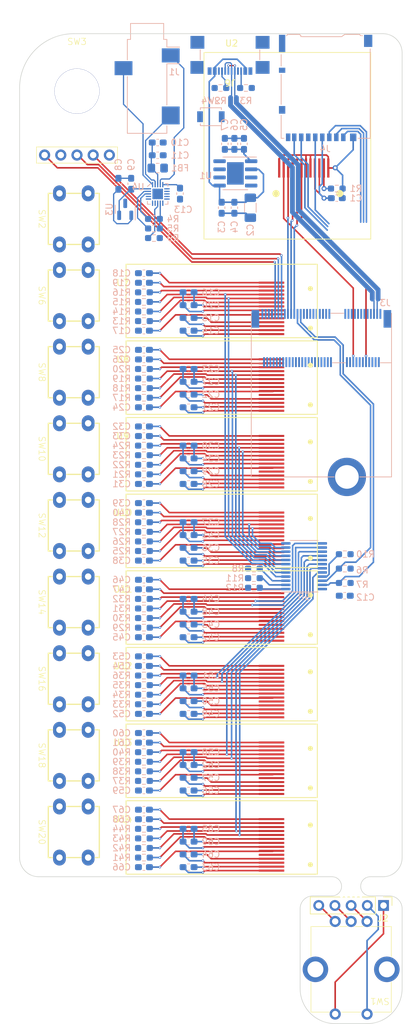
<source format=kicad_pcb>
(kicad_pcb (version 20221018) (generator pcbnew)
  (layers (0 "F.Cu" signal) (31 "B.Cu" signal) (34 "B.Paste" user) (35 "F.Paste" user) (36 "B.SilkS" user "B.Silkscreen") (37 "F.SilkS" user "F.Silkscreen") (38 "B.Mask" user) (39 "F.Mask" user) (44 "Edge.Cuts" user))
  (net 0 "")
  (net 1 "+3.3V")
  (net 2 "VCC")
  (net 3 "Net-(U3-OUT)")
  (net 4 "Net-(U4-VDDA)")
  (net 5 "Net-(U4-VAG)")
  (net 6 "Net-(U7-C2P)")
  (net 8 "Net-(U7-C2N)")
  (net 10 "Net-(U7-C1P)")
  (net 11 "Net-(U7-C1N)")
  (net 12 "Net-(U7-VBREF)")
  (net 13 "Net-(U7-VCC)")
  (net 14 "Net-(U7-VCOMH)")
  (net 16 "Net-(U8-C2P)")
  (net 20 "Net-(U8-C2N)")
  (net 31 "Net-(U8-C1P)")
  (net 33 "Net-(U8-C1N)")
  (net 35 "Net-(U8-VBREF)")
  (net 36 "Net-(U8-VCC)")
  (net 38 "Net-(U8-VCOMH)")
  (net 40 "Net-(U9-C2P)")
  (net 41 "Net-(U9-C2N)")
  (net 42 "Net-(U9-C1P)")
  (net 43 "Net-(U9-C1N)")
  (net 44 "Net-(U9-VBREF)")
  (net 45 "Net-(U9-VCC)")
  (net 46 "Net-(U9-VCOMH)")
  (net 47 "Net-(U10-C2P)")
  (net 48 "Net-(U10-C2N)")
  (net 49 "Net-(U10-C1P)")
  (net 50 "Net-(U10-C1N)")
  (net 52 "Net-(U10-VBREF)")
  (net 53 "Net-(U10-VCC)")
  (net 54 "Net-(U10-VCOMH)")
  (net 55 "Net-(U11-C2P)")
  (net 56 "Net-(U11-C2N)")
  (net 57 "G8")
  (net 58 "Net-(U11-C1P)")
  (net 59 "Net-(U11-C1N)")
  (net 60 "Net-(U11-VBREF)")
  (net 61 "Net-(U11-VCC)")
  (net 62 "Net-(U11-VCOMH)")
  (net 63 "Net-(U12-C2P)")
  (net 64 "Net-(U12-C2N)")
  (net 65 "Net-(U12-C1P)")
  (net 68 "Net-(U12-C1N)")
  (net 69 "Net-(U12-VBREF)")
  (net 70 "Net-(U12-VCC)")
  (net 71 "Net-(U12-VCOMH)")
  (net 72 "Net-(U13-C2P)")
  (net 73 "Net-(U13-C2N)")
  (net 74 "Net-(U13-C1P)")
  (net 75 "Net-(U13-C1N)")
  (net 76 "Net-(U13-VBREF)")
  (net 77 "Net-(U13-VCC)")
  (net 78 "Net-(U13-VCOMH)")
  (net 79 "Net-(U14-C2P)")
  (net 80 "Net-(U14-C2N)")
  (net 81 "Net-(U14-C1P)")
  (net 82 "Net-(U14-C1N)")
  (net 83 "Net-(U14-VBREF)")
  (net 84 "Net-(U14-VCC)")
  (net 85 "Net-(U14-VCOMH)")
  (net 86 "USB_P")
  (net 87 "GND")
  (net 88 "USB_N")
  (net 89 "Net-(U4-HP_R)")
  (net 90 "Net-(U4-HP_VGND)")
  (net 91 "Net-(U4-HP_L)")
  (net 92 "G11")
  (net 93 "D0")
  (net 94 "Net-(J3-BOOT{slash}PROG)")
  (net 95 "I2C_SDA")
  (net 96 "I2C_SCL")
  (net 97 "D1")
  (net 98 "G0")
  (net 99 "G1")
  (net 100 "G2")
  (net 101 "G3")
  (net 102 "G4")
  (net 103 "AUD_BCLK")
  (net 104 "I2C_SDA_1")
  (net 105 "AUD_LRCLK")
  (net 106 "I2C_SCL_1")
  (net 107 "AUD_IN")
  (net 108 "SPI_CS")
  (net 109 "AUD_OUT")
  (net 110 "SPI_CLK")
  (net 111 "AUD_MCLK")
  (net 112 "SPI_COPI")
  (net 113 "Net-(J3-SDIO_SCK{slash}36)")
  (net 114 "Net-(J3-SDIO_CMD{slash}37)")
  (net 115 "G10")
  (net 116 "Net-(J3-SDIO_DATA0{slash}35)")
  (net 117 "G9")
  (net 118 "Net-(J3-SDIO_DATA1{slash}34)")
  (net 119 "Net-(J3-SDIO_DATA2{slash}39)")
  (net 120 "G7")
  (net 121 "Net-(J3-SDIO_DATA3{slash}38)")
  (net 122 "G6")
  (net 124 "G5")
  (net 125 "Net-(U2-LEDK)")
  (net 126 "Net-(U5-~{RESET})")
  (net 127 "Net-(U4-SYS_MCLK)")
  (net 128 "Net-(U5-A2)")
  (net 129 "Net-(U5-A1)")
  (net 130 "Net-(U5-A0)")
  (net 131 "Net-(U7-RES)")
  (net 132 "/module/SCL")
  (net 133 "/module/SDA")
  (net 134 "Net-(U7-IREF)")
  (net 135 "Net-(U8-RES)")
  (net 136 "/module1/SCL")
  (net 137 "/module1/SDA")
  (net 138 "Net-(U8-IREF)")
  (net 139 "Net-(U9-RES)")
  (net 140 "/module2/SCL")
  (net 141 "/module2/SDA")
  (net 142 "Net-(U9-IREF)")
  (net 143 "Net-(U10-RES)")
  (net 144 "/module3/SCL")
  (net 145 "/module3/SDA")
  (net 146 "Net-(U10-IREF)")
  (net 147 "Net-(U11-RES)")
  (net 148 "/module4/SCL")
  (net 149 "/module4/SDA")
  (net 150 "Net-(U11-IREF)")
  (net 151 "Net-(U12-RES)")
  (net 152 "/module5/SCL")
  (net 153 "/module5/SDA")
  (net 154 "Net-(U12-IREF)")
  (net 155 "Net-(U13-RES)")
  (net 156 "/module6/SCL")
  (net 157 "/module6/SDA")
  (net 158 "Net-(U13-IREF)")
  (net 159 "Net-(U14-RES)")
  (net 160 "/module7/SCL")
  (net 161 "/module7/SDA")
  (net 162 "Net-(U14-IREF)")
  (net 173 "Net-(J6-CC1)")
  (net 175 "Net-(J6-CC2)")
  (net 178 "Net-(J2-Pin_1)")
  (net 179 "Net-(J2-Pin_2)")
  (net 180 "Net-(J2-Pin_3)")
  (net 181 "Net-(J2-Pin_4)")
  (net 182 "Net-(J2-Pin_5)")
  (footprint "MountingHole:MountingHole_2.2mm_M2" (layer "F.Cu") (at 133.75 35.75)
    (fp_text reference "REF**" hide)
    (fp_text value "MountingHole_2.2mm_M2" hide)
  )
  (footprint "TTSB:ER-OLED0.91-1" (layer "F.Cu") (at 105.75 122.75)
    (fp_text reference "U11")
    (fp_text value "ER-OLED0.91-7W")
  )
  (footprint "TTSB:BUTTON_SOFT_TACTILE" (layer "F.Cu") (at 84.25 158.75 90)
    (fp_text reference "SW20")
    (fp_text value "TRIGGER" hide)
  )
  (footprint "TTSB:BUTTON_SOFT_TACTILE" (layer "F.Cu") (at 84.25 146.75 90)
    (fp_text reference "SW18")
    (fp_text value "TRIGGER" hide)
  )
  (footprint "TTSB:ER-TFT013-2" (layer "F.Cu") (at 117.75 49.75)
    (fp_text reference "U2")
    (fp_text value "ER-TFT013-2")
  )
  (footprint "Connector_PinHeader_2.54mm:PinHeader_1x05_P2.54mm_Vertical" (layer "F.Cu") (at 132.83 170.25 -90)
    (fp_text reference "J2")
    (fp_text value "HEADER" hide)
  )
  (footprint "TTSB:mouse-bite-3mm-slot" (layer "F.Cu") (at 127.75 167.25)
    (fp_text reference "mouse-bite-3mm-slot" hide)
    (fp_text value "" hide)
    (fp_arc (start -3 -1.5) (mid -1.5 0) (end -3 1.5) (stroke (width 0.1)) (layer "Edge.Cuts"))
    (fp_arc (start 3 1.5) (mid 1.5 0) (end 3 -1.5) (stroke (width 0.1)) (layer "Edge.Cuts"))
  )
  (footprint "TTSB:ER-OLED0.91-1" (layer "F.Cu") (at 105.75 158.75)
    (fp_text reference "U14")
    (fp_text value "ER-OLED0.91-7W")
  )
  (footprint "TTSB:ER-OLED0.91-1" (layer "F.Cu") (at 105.75 86.75)
    (fp_text reference "U8")
    (fp_text value "ER-OLED0.91-7W")
  )
  (footprint "TTSB:BUTTON_SOFT_TACTILE" (layer "F.Cu") (at 84.25 98.75 90)
    (fp_text reference "SW10")
    (fp_text value "TRIGGER" hide)
  )
  (footprint "TTSB:ER-OLED0.91-1" (layer "F.Cu") (at 105.75 134.75)
    (fp_text reference "U12")
    (fp_text value "ER-OLED0.91-7W")
  )
  (footprint "TTSB:BUTTON_SOFT_TACTILE" (layer "F.Cu") (at 84.25 62.75 90)
    (fp_text reference "SW2")
    (fp_text value "STOP ALL")
  )
  (footprint "MountingHole:MountingHole_2.2mm_M2" (layer "F.Cu") (at 133.75 163.75)
    (fp_text reference "REF**" hide)
    (fp_text value "MountingHole_2.2mm_M2" hide)
  )
  (footprint "TTSB:BUTTON_SOFT_TACTILE" (layer "F.Cu") (at 84.25 122.75 90)
    (fp_text reference "SW14")
    (fp_text value "TRIGGER" hide)
  )
  (footprint "TTSB:BUTTON_SOFT_TACTILE" (layer "F.Cu") (at 84.25 134.75 90)
    (fp_text reference "SW16")
    (fp_text value "TRIGGER" hide)
  )
  (footprint "MountingHole:MountingHole_2.2mm_M2" (layer "F.Cu") (at 133.75 109.75)
    (fp_text reference "REF**" hide)
    (fp_text value "MountingHole_2.2mm_M2" hide)
  )
  (footprint "TTSB:BUTTON_SOFT_TACTILE" (layer "F.Cu") (at 84.25 110.75 90)
    (fp_text reference "SW12")
    (fp_text value "TRIGGER" hide)
  )
  (footprint "TTSB:ER-OLED0.91-1" (layer "F.Cu") (at 105.75 110.75)
    (fp_text reference "U10")
    (fp_text value "ER-OLED0.91-7W")
  )
  (footprint "MountingHole:MountingHole_2.2mm_M2" (layer "F.Cu") (at 77.75 109.75)
    (fp_text reference "REF**" hide)
    (fp_text value "MountingHole_2.2mm_M2" hide)
  )
  (footprint "MountingHole:MountingHole_2.2mm_M2" (layer "F.Cu") (at 77.75 163.75)
    (fp_text reference "REF**" hide)
    (fp_text value "MountingHole_2.2mm_M2" hide)
  )
  (footprint "TTSB:BUTTON_SOFT_TACTILE" (layer "F.Cu") (at 84.25 74.75 90)
    (fp_text reference "SW6")
    (fp_text value "TRIGGER" hide)
  )
  (footprint "TTSB:encoder_PEC12R-4XXXF-SXXX_undermount" (layer "F.Cu") (at 84.75 42.75)
    (fp_text reference "SW3")
    (fp_text value "UNDER MOUNTED ENCODER" hide)
  )
  (footprint "TTSB:ER-OLED0.91-1" (layer "F.Cu") (at 105.75 146.75)
    (fp_text reference "U13")
    (fp_text value "ER-OLED0.91-7W")
  )
  (footprint "MountingHole:MountingHole_2.2mm_M2" (layer "F.Cu") (at 77.75 56.75)
    (fp_text reference "REF**" hide)
    (fp_text value "MountingHole_2.2mm_M2" hide)
  )
  (footprint "TTSB:ER-OLED0.91-1" (layer "F.Cu") (at 105.75 74.75)
    (fp_text reference "U7")
    (fp_text value "ER-OLED0.91-7W")
  )
  (footprint "TTSB:BUTTON_SOFT_TACTILE" (layer "F.Cu") (at 84.25 86.75 90)
    (fp_text reference "SW8")
    (fp_text value "TRIGGER" hide)
  )
  (footprint "TTSB:ER-OLED0.91-1" (layer "F.Cu") (at 105.75 98.75)
    (fp_text reference "U9")
    (fp_text value "ER-OLED0.91-7W")
  )
  (footprint "TTSB:encoder_PEC12R-4215F-S0024" (layer "F.Cu") (at 127.75 180.25 180)
    (fp_text reference "SW1")
    (fp_text value "ENCODER" hide)
  )
  (footprint "Resistor_SMD:R_0603_1608Metric_Pad0.98x0.95mm_HandSolder" (layer "B.Cu") (at 95.25 146.25 180)
    (fp_text reference "R40")
    (fp_text value "390K")
  )
  (footprint "Capacitor_SMD:C_1206_3216Metric_Pad1.33x1.80mm_HandSolder" (layer "B.Cu") (at 111.94 61 -90)
    (fp_text reference "C2")
    (fp_text value "10uF" hide)
  )
  (footprint "Resistor_SMD:R_0603_1608Metric_Pad0.98x0.95mm_HandSolder" (layer "B.Cu") (at 95.25 138.75)
    (fp_text reference "R33")
    (fp_text value "4.7k")
  )
  (footprint "Resistor_SMD:R_0603_1608Metric_Pad0.98x0.95mm_HandSolder" (layer "B.Cu") (at 96.82 65.75 180)
    (fp_text reference "R9")
    (fp_text value "100" hide)
  )
  (footprint "Capacitor_SMD:C_0603_1608Metric_Pad1.08x0.95mm_HandSolder" (layer "B.Cu") (at 95.25 83.25 180)
    (fp_text reference "C25")
    (fp_text value "2.2uf")
  )
  (footprint "Capacitor_SMD:C_0603_1608Metric_Pad1.08x0.95mm_HandSolder" (layer "B.Cu") (at 109.44 51 90)
    (fp_text reference "C6")
    (fp_text value "0.22uF" hide)
  )
  (footprint "Capacitor_SMD:C_0603_1608Metric_Pad1.08x0.95mm_HandSolder" (layer "B.Cu") (at 107.94 51 90)
    (fp_text reference "C7")
    (fp_text value "0.1uF" hide)
  )
  (footprint "Resistor_SMD:R_0603_1608Metric_Pad0.98x0.95mm_HandSolder" (layer "B.Cu") (at 95.25 150.75)
    (fp_text reference "R37")
    (fp_text value "4.7k")
  )
  (footprint "Resistor_SMD:R_0603_1608Metric_Pad0.98x0.95mm_HandSolder" (layer "B.Cu") (at 95.25 162.75)
    (fp_text reference "R41")
    (fp_text value "4.7k")
  )
  (footprint "Capacitor_SMD:C_0603_1608Metric_Pad1.08x0.95mm_HandSolder" (layer "B.Cu") (at 102.25 136.25)
    (fp_text reference "C55")
    (fp_text value "1uf")
  )
  (footprint "TTSB:MICROMOD" (layer "B.Cu") (at 123.0875 105.175 180)
    (fp_text reference "U6" hide)
    (fp_text value "~")
  )
  (footprint "TTSB:QFN-20-1EP_3x3mm_P0.4mm_EP1.65x1.65mm" (layer "B.Cu") (at 97.41 58.84 -90)
    (fp_text reference "U4")
    (fp_text value "SGTL5000XNLA3" hide)
  )
  (footprint "Capacitor_SMD:C_0603_1608Metric_Pad1.08x0.95mm_HandSolder" (layer "B.Cu") (at 102.25 78.25)
    (fp_text reference "C15")
    (fp_text value "1uf")
  )
  (footprint "Capacitor_SMD:C_0603_1608Metric_Pad1.08x0.95mm_HandSolder" (layer "B.Cu") (at 91.25 57.25 90)
    (fp_text reference "C8")
    (fp_text value "1uF" hide)
  )
  (footprint "Resistor_SMD:R_0603_1608Metric_Pad0.98x0.95mm_HandSolder" (layer "B.Cu") (at 95.25 90.75)
    (fp_text reference "R17")
    (fp_text value "4.7k")
  )
  (footprint "Resistor_SMD:R_0603_1608Metric_Pad0.98x0.95mm_HandSolder" (layer "B.Cu") (at 95.25 161.25)
    (fp_text reference "R42")
    (fp_text value "4.7k")
  )
  (footprint "Resistor_SMD:R_0603_1608Metric_Pad0.98x0.95mm_HandSolder" (layer "B.Cu") (at 95.25 101.25)
    (fp_text reference "R22")
    (fp_text value "4.7k")
  )
  (footprint "Resistor_SMD:R_0603_1608Metric_Pad0.98x0.95mm_HandSolder" (layer "B.Cu") (at 95.25 86.25 180)
    (fp_text reference "R20")
    (fp_text value "390K")
  )
  (footprint "Resistor_SMD:R_0603_1608Metric_Pad0.98x0.95mm_HandSolder" (layer "B.Cu") (at 107.25 42.25 180)
    (fp_text reference "R2")
    (fp_text value "5.1k" hide)
  )
  (footprint "Capacitor_SMD:C_0603_1608Metric_Pad1.08x0.95mm_HandSolder" (layer "B.Cu") (at 95.25 80.25 180)
    (fp_text reference "C17")
    (fp_text value "22nf")
  )
  (footprint "Capacitor_SMD:C_0603_1608Metric_Pad1.08x0.95mm_HandSolder" (layer "B.Cu") (at 95.25 128.25 180)
    (fp_text reference "C45")
    (fp_text value "22nf")
  )
  (footprint "Capacitor_SMD:C_0603_1608Metric_Pad1.08x0.95mm_HandSolder" (layer "B.Cu") (at 102.25 128.25)
    (fp_text reference "C42")
    (fp_text value "1uf")
  )
  (footprint "Resistor_SMD:R_0805_2012Metric_Pad1.20x1.40mm_HandSolder" (layer "B.Cu") (at 97.41 54.79 180)
    (fp_text reference "FB1")
    (fp_text value "Ferrite 600" hide)
  )
  (footprint "Capacitor_SMD:C_0603_1608Metric_Pad1.08x0.95mm_HandSolder" (layer "B.Cu") (at 102.25 80.25)
    (fp_text reference "C14")
    (fp_text value "1uf")
  )
  (footprint "TTSB:SOIC-8" (layer "B.Cu") (at 109.595 55.625 180)
    (fp_text reference "U1")
    (fp_text value "AP7361C-33SP" hide)
  )
  (footprint "Capacitor_SMD:C_0603_1608Metric_Pad1.08x0.95mm_HandSolder" (layer "B.Cu") (at 95.25 155.25 180)
    (fp_text reference "C67")
    (fp_text value "2.2uf")
  )
  (footprint "Capacitor_SMD:C_0603_1608Metric_Pad1.08x0.95mm_HandSolder" (layer "B.Cu") (at 102.25 122.25 180)
    (fp_text reference "C44")
    (fp_text value "1uf")
  )
  (footprint "Resistor_SMD:R_0603_1608Metric_Pad0.98x0.95mm_HandSolder" (layer "B.Cu") (at 111.25 42.25)
    (fp_text reference "R3")
    (fp_text value "5.1k" hide)
  )
  (footprint "Package_TO_SOT_SMD:SOT-23" (layer "B.Cu") (at 92.32 61.25 90)
    (fp_text reference "U3")
    (fp_text value "AP7313-12SRG-7" hide)
  )
  (footprint "Resistor_SMD:R_0603_1608Metric_Pad0.98x0.95mm_HandSolder" (layer "B.Cu") (at 95.25 122.25 180)
    (fp_text reference "R32")
    (fp_text value "390K")
  )
  (footprint "Resistor_SMD:R_0603_1608Metric_Pad0.98x0.95mm_HandSolder" (layer "B.Cu") (at 95.25 102.75)
    (fp_text reference "R21")
    (fp_text value "4.7k")
  )
  (footprint "Resistor_SMD:R_0603_1608Metric_Pad0.98x0.95mm_HandSolder" (layer "B.Cu") (at 95.25 110.25 180)
    (fp_text reference "R28")
    (fp_text value "390K")
  )
  (footprint "Capacitor_SMD:C_0603_1608Metric_Pad1.08x0.95mm_HandSolder" (layer "B.Cu") (at 102.25 100.25)
    (fp_text reference "C34")
    (fp_text value "1uf")
  )
  (footprint "TTSB:Jack_3.5mm_CUI_SJ-3523-SMT_Horizontal" (layer "B.Cu") (at 95.75 40.75 180)
    (fp_text reference "J1")
    (fp_text value "AudioJack3")
  )
  (footprint "TTSB:USB_C_Receptacle_GCT_USB4110" (layer "B.Cu") (at 108.75 32.25)
    (fp_text reference "J6")
    (fp_text value "USB_C_Receptacle" hide)
  )
  (footprint "Capacitor_SMD:C_0603_1608Metric_Pad1.08x0.95mm_HandSolder" (layer "B.Cu") (at 95.25 164.25 180)
    (fp_text reference "C66")
    (fp_text value "22nf")
  )
  (footprint "Resistor_SMD:R_0603_1608Metric_Pad0.98x0.95mm_HandSolder" (layer "B.Cu") (at 95.25 111.75)
    (fp_text reference "R27")
    (fp_text value "4.7k")
  )
  (footprint "Capacitor_SMD:C_0603_1608Metric_Pad1.08x0.95mm_HandSolder" (layer "B.Cu") (at 95.25 84.75 180)
    (fp_text reference "C26")
    (fp_text value "4.7uf")
  )
  (footprint "Capacitor_SMD:C_0603_1608Metric_Pad1.08x0.95mm_HandSolder" (layer "B.Cu") (at 95.25 104.25 180)
    (fp_text reference "C31")
    (fp_text value "22nf")
  )
  (footprint "Resistor_SMD:R_0603_1608Metric_Pad0.98x0.95mm_HandSolder" (layer "B.Cu") (at 95.25 134.25 180)
    (fp_text reference "R36")
    (fp_text value "390K")
  )
  (footprint "Capacitor_SMD:C_0603_1608Metric_Pad1.08x0.95mm_HandSolder" (layer "B.Cu") (at 126.75 121.75 180)
    (fp_text reference "C12")
    (fp_text value "10uF" hide)
  )
  (footprint "Capacitor_SMD:C_0603_1608Metric_Pad1.08x0.95mm_HandSolder" (layer "B.Cu") (at 102.25 158.25 180)
    (fp_text reference "C65")
    (fp_text value "1uf")
  )
  (footprint "Capacitor_SMD:C_0603_1608Metric_Pad1.08x0.95mm_HandSolder" (layer "B.Cu") (at 102.25 134.25 180)
    (fp_text reference "C51")
    (fp_text value "1uf")
  )
  (footprint "Capacitor_SMD:C_0603_1608Metric_Pad1.08x0.95mm_HandSolder" (layer "B.Cu") (at 102.25 116.25)
    (fp_text reference "C35")
    (fp_text value "1uf")
  )
  (footprint "Capacitor_SMD:C_0603_1608Metric_Pad1.08x0.95mm_HandSolder" (layer "B.Cu") (at 102.25 112.25)
    (fp_text reference "C41")
    (fp_text value "1uf")
  )
  (footprint "Capacitor_SMD:C_0603_1608Metric_Pad1.08x0.95mm_HandSolder" (layer "B.Cu") (at 102.25 160.25)
    (fp_text reference "C69")
    (fp_text value "1uf")
  )
  (footprint "TTSB:TSSOP-24-0.65mm" (layer "B.Cu") (at 120.369302 117.131802)
    (fp_text reference "U5")
    (fp_text value "TCA9548APWR" hide)
  )
  (footprint "Capacitor_SMD:C_0603_1608Metric_Pad1.08x0.95mm_HandSolder" (layer "B.Cu") (at 102.25 74.25 180)
    (fp_text reference "C16")
    (fp_text value "1uf")
  )
  (footprint "Capacitor_SMD:C_0603_1608Metric_Pad1.08x0.95mm_HandSolder" (layer "B.Cu") (at 102.25 126.25)
    (fp_text reference "C43")
    (fp_text value "1uf")
  )
  (footprint "Capacitor_SMD:C_0603_1608Metric_Pad1.08x0.95mm_HandSolder" (layer "B.Cu") (at 102.25 90.25)
    (fp_text reference "C22")
    (fp_text value "1uf")
  )
  (footprint "Capacitor_SMD:C_0603_1608Metric_Pad1.08x0.95mm_HandSolder" (layer "B.Cu") (at 95.25 92.25 180)
    (fp_text reference "C24")
    (fp_text value "22nf")
  )
  (footprint "TTSB:SW_SPST_B3U-1000P" (layer "B.Cu") (at 105.75 46.75 180)
    (fp_text reference "SW4")
    (fp_text value "PROG")
  )
  (footprint "Capacitor_SMD:C_0603_1608Metric_Pad1.08x0.95mm_HandSolder" (layer "B.Cu") (at 102.25 164.25)
    (fp_text reference "C63")
    (fp_text value "1uf")
  )
  (footprint "TTSB:microSD_HC_Hirose_DM3AT-SF-PEJM5" (layer "B.Cu") (at 123.75 42.25)
    (fp_text reference "J4")
    (fp_text value "Micro_SD_Card_Det2" hide)
  )
  (footprint "Capacitor_SMD:C_0603_1608Metric_Pad1.08x0.95mm_HandSolder" (layer "B.Cu") (at 95.25 156.75 180)
    (fp_text reference "C68")
    (fp_text value "4.7uf")
  )
  (footprint "Resistor_SMD:R_0603_1608Metric_Pad0.98x0.95mm_HandSolder" (layer "B.Cu") (at 95.25 89.25)
    (fp_text reference "R18")
    (fp_text value "4.7k")
  )
  (footprint "Resistor_SMD:R_0603_1608Metric_Pad0.98x0.95mm_HandSolder" (layer "B.Cu") (at 95.25 114.75)
    (fp_text reference "R25")
    (fp_text value "4.7k")
  )
  (footprint "TTSB:M.2_connector_TE-2199230-4" (layer "B.Cu") (at 123.0875 82.9 180)
    (fp_text reference "J3")
    (fp_text value "micromod_teensy")
  )
  (footprint "Capacitor_SMD:C_0603_1608Metric_Pad1.08x0.95mm_HandSolder" (layer "B.Cu") (at 102.25 140.25)
    (fp_text reference "C49")
    (fp_text value "1uf")
  )
  (footprint "Resistor_SMD:R_0603_1608Metric_Pad0.98x0.95mm_HandSolder" (layer "B.Cu") (at 112.5 117.5 180)
    (fp_text reference "R8")
    (fp_text value "10k" hide)
  )
  (footprint "Capacitor_SMD:C_0603_1608Metric_Pad1.08x0.95mm_HandSolder" (layer "B.Cu") (at 102.25 114.25)
    (fp_text reference "C36")
    (fp_text value "1uf")
  )
  (footprint "Capacitor_SMD:C_0603_1608Metric_Pad1.08x0.95mm_HandSolder" (layer "B.Cu") (at 95.25 144.75 180)
    (fp_text reference "C61")
    (fp_text value "4.7uf")
  )
  (footprint "Resistor_SMD:R_0603_1608Metric_Pad0.98x0.95mm_HandSolder" (layer "B.Cu") (at 95.25 158.25 180)
    (fp_text reference "R44")
    (fp_text value "390K")
  )
  (footprint "Resistor_SMD:R_0603_1608Metric_Pad0.98x0.95mm_HandSolder" (layer "B.Cu") (at 95.25 87.75)
    (fp_text reference "R19")
    (fp_text value "4.7k")
  )
  (footprint "Capacitor_SMD:C_0603_1608Metric_Pad1.08x0.95mm_HandSolder" (layer "B.Cu") (at 107.44 61 -90)
    (fp_text reference "C3")
    (fp_text value "0.22uF" hide)
  )
  (footprint "Capacitor_SMD:C_0603_1608Metric_Pad1.08x0.95mm_HandSolder" (layer "B.Cu") (at 95.25 107.25 180)
    (fp_text reference "C39")
    (fp_text value "2.2uf")
  )
  (footprint "Resistor_SMD:R_0603_1608Metric_Pad0.98x0.95mm_HandSolder" (layer "B.Cu") (at 95.25 123.75)
    (fp_text reference "R31")
    (fp_text value "4.7k")
  )
  (footprint "Resistor_SMD:R_0603_1608Metric_Pad0.98x0.95mm_HandSolder" (layer "B.Cu") (at 112.5 120.5)
    (fp_text reference "R12")
    (fp_text value "10k" hide)
  )
  (footprint "Capacitor_SMD:C_0603_1608Metric_Pad1.08x0.95mm_HandSolder" (layer "B.Cu") (at 102.25 76.25)
    (fp_text reference "C20")
    (fp_text value "1uf")
  )
  (footprint "Resistor_SMD:R_0603_1608Metric_Pad0.98x0.95mm_HandSolder" (layer "B.Cu") (at 95.25 126.75)
    (fp_text reference "R29")
    (fp_text value "4.7k")
  )
  (footprint "Capacitor_SMD:C_0603_1608Metric_Pad1.08x0.95mm_HandSolder" (layer "B.Cu") (at 102.25 98.25 180)
    (fp_text reference "C30")
    (fp_text value "1uf")
  )
  (footprint "Resistor_SMD:R_0603_1608Metric_Pad0.98x0.95mm_HandSolder" (layer "B.Cu") (at 96.82 64.25)
    (fp_text reference "R5")
    (fp_text value "2.2k" hide)
  )
  (footprint "Resistor_SMD:R_0603_1608Metric_Pad0.98x0.95mm_HandSolder" (layer "B.Cu") (at 96.82 62.75)
    (fp_text reference "R4")
    (fp_text value "2.2k" hide)
  )
  (footprint "Resistor_SMD:R_0603_1608Metric_Pad0.98x0.95mm_HandSolder" (layer "B.Cu") (at 126.75 119.75)
    (fp_text reference "R7")
    (fp_text value "10k" hide)
  )
  (footprint "Capacitor_SMD:C_0603_1608Metric_Pad1.08x0.95mm_HandSolder" (layer "B.Cu") (at 97.41 52.79)
    (fp_text reference "C11")
    (fp_text value "0.1uF" hide)
  )
  (footprint "Capacitor_SMD:C_0603_1608Metric_Pad1.08x0.95mm_HandSolder" (layer "B.Cu") (at 102.25 138.25)
    (fp_text reference "C50")
    (fp_text value "1uf")
  )
  (footprint "Capacitor_SMD:C_0603_1608Metric_Pad1.08x0.95mm_HandSolder" (layer "B.Cu") (at 95.25 132.75 180)
    (fp_text reference "C54")
    (fp_text value "4.7uf")
  )
  (footprint "Capacitor_SMD:C_0603_1608Metric_Pad1.08x0.95mm_HandSolder" (layer "B.Cu") (at 102.25 150.25)
    (fp_text reference "C57")
    (fp_text value "1uf")
  )
  (footprint "TTSB:standoff_9774025151R" (layer "B.Cu") (at 127.0875 103.15 180)
    (fp_text reference "J5" hide)
    (fp_text value "standoff_9774025151R" hide)
  )
  (footprint "Resistor_SMD:R_0603_1608Metric_Pad0.98x0.95mm_HandSolder" (layer "B.Cu") (at 95.25 147.75)
    (fp_text reference "R39")
    (fp_text value "4.7k")
  )
  (footprint "Capacitor_SMD:C_0603_1608Metric_Pad1.08x0.95mm_HandSolder" (layer "B.Cu") (at 102.25 146.25 180)
    (fp_text reference "C58")
    (fp_text value "1uf")
  )
  (footprint "Resistor_SMD:R_0603_1608Metric_Pad0.98x0.95mm_HandSolder" (layer "B.Cu") (at 95.25 98.25 180)
    (fp_text reference "R24")
    (fp_text value "390K")
  )
  (footprint "Resistor_SMD:R_0603_1608Metric_Pad0.98x0.95mm_HandSolder" (layer "B.Cu") (at 95.25 125.25)
    (fp_text reference "R30")
    (fp_text value "4.7k")
  )
  (footprint "Capacitor_SMD:C_0603_1608Metric_Pad1.08x0.95mm_HandSolder" (layer "B.Cu") (at 102.25 102.25)
    (fp_text reference "C29")
    (fp_text value "1uf")
  )
  (footprint "Capacitor_SMD:C_0603_1608Metric_Pad1.08x0.95mm_HandSolder" (layer "B.Cu") (at 95.25 152.25 180)
    (fp_text reference "C59")
    (fp_text value "22nf")
  )
  (footprint "Capacitor_SMD:C_0603_1608Metric_Pad1.08x0.95mm_HandSolder" (layer "B.Cu") (at 102.25 104.25)
    (fp_text reference "C28")
    (fp_text value "1uf")
  )
  (footprint "Capacitor_SMD:C_0603_1608Metric_Pad1.08x0.95mm_HandSolder" (layer "B.Cu") (at 102.25 88.25)
    (fp_text reference "C27")
    (fp_text value "1uf")
  )
  (footprint "Resistor_SMD:R_0603_1608Metric_Pad0.98x0.95mm_HandSolder" (layer "B.Cu") (at 95.25 135.75)
    (fp_text reference "R35")
    (fp_text value "4.7k")
  )
  (footprint "Capacitor_SMD:C_0603_1608Metric_Pad1.08x0.95mm_HandSolder" (layer "B.Cu") (at 110.94 51 90)
    (fp_text reference "C5")
    (fp_text value "1uF" hide)
  )
  (footprint "Resistor_SMD:R_0603_1608Metric_Pad0.98x0.95mm_HandSolder" (layer "B.Cu") (at 95.25 74.25 180)
    (fp_text reference "R16")
    (fp_text value "390K")
  )
  (footprint "Resistor_SMD:R_0603_1608Metric_Pad0.98x0.95mm_HandSolder" (layer "B.Cu") (at 95.25 159.75)
    (fp_text reference "R43")
    (fp_text value "4.7k")
  )
  (footprint "Capacitor_SMD:C_0603_1608Metric_Pad1.08x0.95mm_HandSolder" (layer "B.Cu") (at 93.25 57.25 90)
    (fp_text reference "C9")
    (fp_text value "1uF" hide)
  )
  (footprint "Resistor_SMD:R_0603_1608Metric_Pad0.98x0.95mm_HandSolder" (layer "B.Cu") (at 125.5 58 180)
    (fp_text reference "R1")
    (fp_text value "10")
  )
  (footprint "Capacitor_SMD:C_0603_1608Metric_Pad1.08x0.95mm_HandSolder" (layer "B.Cu") (at 102.25 86.25 180)
    (fp_text reference "C23")
    (fp_text value "1uf")
  )
  (footprint "Resistor_SMD:R_0603_1608Metric_Pad0.98x0.95mm_HandSolder" (layer "B.Cu") (at 95.25 78.75)
    (fp_text reference "R13")
    (fp_text value "4.7k")
  )
  (footprint "Resistor_SMD:R_0603_1608Metric_Pad0.98x0.95mm_HandSolder" (layer "B.Cu") (at 95.25 137.25)
    (fp_text reference "R34")
    (fp_text value "4.7k")
  )
  (footprint "Capacitor_SMD:C_0603_1608Metric_Pad1.08x0.95mm_HandSolder" (layer "B.Cu") (at 95.25 120.75 180)
    (fp_text reference "C47")
    (fp_text value "4.7uf")
  )
  (footprint "Capacitor_SMD:C_0603_1608Metric_Pad1.08x0.95mm_HandSolder" (layer "B.Cu") (at 95.25 71.25 180)
    (fp_text reference "C18")
    (fp_text value "2.2uf")
  )
  (footprint "Capacitor_SMD:C_0603_1608Metric_Pad1.08x0.95mm_HandSolder" (layer "B.Cu") (at 95.25 131.25 180)
    (fp_text reference "C53")
    (fp_text value "2.2uf")
  )
  (footprint "Capacitor_SMD:C_0603_1608Metric_Pad1.08x0.95mm_HandSolder" (layer "B.Cu") (at 95.25 72.75 180)
    (fp_text reference "C19")
    (fp_text value "4.7uf")
  )
  (footprint "Capacitor_SMD:C_0603_1608Metric_Pad1.08x0.95mm_HandSolder" (layer "B.Cu") (at 97.41 50.79)
    (fp_text reference "C10")
    (fp_text value "2.2uF" hide)
  )
  (footprint "Capacitor_SMD:C_0603_1608Metric_Pad1.08x0.95mm_HandSolder" (layer "B.Cu") (at 102.25 148.25)
    (fp_text reference "C62")
    (fp_text value "1uf")
  )
  (footprint "Capacitor_SMD:C_0603_1608Metric_Pad1.08x0.95mm_HandSolder" (layer "B.Cu") (at 95.25 140.25 180)
    (fp_text reference "C52")
    (fp_text value "22nf")
  )
  (footprint "Capacitor_SMD:C_0603_1608Metric_Pad1.08x0.95mm_HandSolder" (layer "B.Cu") (at 95.25 95.25 180)
    (fp_text reference "C32")
    (fp_text value "2.2uf")
  )
  (footprint "Capacitor_SMD:C_0603_1608Metric_Pad1.08x0.95mm_HandSolder" (layer "B.Cu") (at 95.25 96.75 180)
    (fp_text reference "C33")
    (fp_text value "4.7uf")
  )
  (footprint "Capacitor_SMD:C_0603_1608Metric_Pad1.08x0.95mm_HandSolder" (layer "B.Cu") (at 102.25 162.25)
    (fp_text reference "C64")
    (fp_text value "1uf")
  )
  (footprint "Capacitor_SMD:C_0603_1608Metric_Pad1.08x0.95mm_HandSolder" (layer "B.Cu") (at 95.25 143.25 180)
    (fp_text reference "C60")
    (fp_text value "2.2uf")
  )
  (footprint "Capacitor_SMD:C_0603_1608Metric_Pad1.08x0.95mm_HandSolder" (layer "B.Cu") (at 102.25 124.25)
    (fp_text reference "C48")
    (fp_text value "1uf")
  )
  (footprint "Resistor_SMD:R_0603_1608Metric_Pad0.98x0.95mm_HandSolder" (layer "B.Cu") (at 95.25 149.25)
    (fp_text reference "R38")
    (fp_text value "4.7k")
  )
  (footprint "Capacitor_SMD:C_0603_1608Metric_Pad1.08x0.95mm_HandSolder" (layer "B.Cu") (at 95.25 108.75 180)
    (fp_text reference "C40")
    (fp_text value "4.7uf")
  )
  (footprint "Capacitor_SMD:C_0603_1608Metric_Pad1.08x0.95mm_HandSolder" (layer "B.Cu") (at 95.25 119.25 180)
    (fp_text reference "C46")
    (fp_text value "2.2uf")
  )
  (footprint "Capacitor_SMD:C_0603_1608Metric_Pad1.08x0.95mm_HandSolder" (layer "B.Cu") (at 102.25 92.25)
    (fp_text reference "C21")
    (fp_text value "1uf")
  )
  (footprint "Resistor_SMD:R_0603_1608Metric_Pad0.98x0.95mm_HandSolder" (layer "B.Cu") (at 126.75 117.5)
    (fp_text reference "R6")
    (fp_text value "10k" hide)
  )
  (footprint "Capacitor_SMD:C_0603_1608Metric_Pad1.08x0.95mm_HandSolder" (layer "B.Cu") (at 100.91 58.79 -90)
    (fp_text reference "C13")
    (fp_text value "0.15uF" hide)
  )
  (footprint "Capacitor_SMD:C_0603_1608Metric_Pad1.08x0.95mm_HandSolder" (layer "B.Cu") (at 109.44 61 -90)
    (fp_text reference "C4")
    (fp_text value "0.1uF" hide)
  )
  (footprint "Capacitor_SMD:C_0603_1608Metric_Pad1.08x0.95mm_HandSolder" (layer "B.Cu") (at 102.25 152.25)
    (fp_text reference "C56")
    (fp_text value "1uf")
  )
  (footprint "Resistor_SMD:R_0603_1608Metric_Pad0.98x0.95mm_HandSolder" (layer "B.Cu") (at 112.5 119)
    (fp_text reference "R11")
    (fp_text value "10k" hide)
  )
  (footprint "Capacitor_SMD:C_0603_1608Metric_Pad1.08x0.95mm_HandSolder" (layer "B.Cu") (at 102.25 110.25 180)
    (fp_text reference "C37")
    (fp_text value "1uf")
  )
  (footprint "Resistor_SMD:R_0603_1608Metric_Pad0.98x0.95mm_HandSolder" (layer "B.Cu") (at 95.25 99.75)
    (fp_text reference "R23")
    (fp_text value "4.7k")
  )
  (footprint "Capacitor_SMD:C_0603_1608Metric_Pad1.08x0.95mm_HandSolder" (layer "B.Cu") (at 125.5 59.5)
    (fp_text reference "C1")
    (fp_text value "1uF")
  )
  (footprint "Resistor_SMD:R_0603_1608Metric_Pad0.98x0.95mm_HandSolder" (layer "B.Cu") (at 95.25 77.25)
    (fp_text reference "R14")
    (fp_text value "4.7k")
  )
  (footprint "Resistor_SMD:R_0603_1608Metric_Pad0.98x0.95mm_HandSolder" (layer "B.Cu") (at 126.75 115.25 180)
    (fp_text reference "R10")
    (fp_text value "10k" hide)
  )
  (footprint "Capacitor_SMD:C_0603_1608Metric_Pad1.08x0.95mm_HandSolder" (layer "B.Cu") (at 95.25 116.25 180)
    (fp_text reference "C38")
    (fp_text value "22nf")
  )
  (footprint "Resistor_SMD:R_0603_1608Metric_Pad0.98x0.95mm_HandSolder" (layer "B.Cu") (at 95.25 75.75)
    (fp_text reference "R15")
    (fp_text value "4.7k")
  )
  (footprint "Resistor_SMD:R_0603_1608Metric_Pad0.98x0.95mm_HandSolder" (layer "B.Cu") (at 95.25 113.25)
    (fp_text reference "R26")
    (fp_text value "4.7k")
  )
  (gr_arc (start 133.750001 168.750001) (mid 135.164213 169.335787) (end 135.749999 170.749999) (stroke (width 0.1)) (layer "Edge.Cuts"))
  (gr_line (start 130.75 165.75) (end 132.75 165.75) (stroke (width 0.1)) (layer "Edge.Cuts"))
  (gr_line (start 124.75 168.75) (end 121.75 168.750002) (stroke (width 0.1)) (layer "Edge.Cuts"))
  (gr_arc (start 119.750002 170.75) (mid 120.335788 169.335788) (end 121.75 168.750002) (stroke (width 0.1)) (layer "Edge.Cuts"))
  (gr_line (start 84.25 33.75) (end 132.75 33.75) (stroke (width 0.1)) (layer "Edge.Cuts"))
  (gr_arc (start 125.25 188.75) (mid 121.360912 187.139087) (end 119.75 183.249998) (stroke (width 0.1)) (layer "Edge.Cuts"))
  (gr_arc (start 78.75 165.75) (mid 76.62868 164.87132) (end 75.75 162.75) (stroke (width 0.1)) (layer "Edge.Cuts"))
  (gr_line (start 75.75 162.75) (end 75.75 42.25) (stroke (width 0.1)) (layer "Edge.Cuts"))
  (gr_arc (start 132.75 33.75) (mid 134.87132 34.62868) (end 135.75 36.75) (stroke (width 0.1)) (layer "Edge.Cuts"))
  (gr_line (start 135.749999 170.749999) (end 135.75 183.25) (stroke (width 0.1)) (layer "Edge.Cuts"))
  (gr_arc (start 75.75 42.25) (mid 78.239592 36.239592) (end 84.25 33.75) (stroke (width 0.1)) (layer "Edge.Cuts"))
  (gr_arc (start 135.75 162.75) (mid 134.87132 164.87132) (end 132.75 165.75) (stroke (width 0.1)) (layer "Edge.Cuts"))
  (gr_arc (start 135.75 183.25) (mid 134.139087 187.139088) (end 130.249998 188.75) (stroke (width 0.1)) (layer "Edge.Cuts"))
  (gr_line (start 124.75 165.75) (end 78.75 165.75) (stroke (width 0.1)) (layer "Edge.Cuts"))
  (gr_line (start 119.75 183.249998) (end 119.750002 170.75) (stroke (width 0.1)) (layer "Edge.Cuts"))
  (gr_line (start 133.750001 168.750001) (end 130.75 168.75) (stroke (width 0.1)) (layer "Edge.Cuts"))
  (gr_line (start 135.75 36.75) (end 135.75 162.75) (stroke (width 0.1)) (layer "Edge.Cuts"))
  (gr_line (start 130.249998 188.75) (end 125.25 188.75) (stroke (width 0.1)) (layer "Edge.Cuts"))
  (segment (start 104.7 112.45) (end 104.5 112.25) (width 0.25) (layer "F.Cu") (net 1))
  (segment (start 122.07 54.78) (end 122.07 58.07) (width 0.25) (layer "F.Cu") (net 1))
  (segment (start 104.7 148.45) (end 104.5 148.25) (width 0.25) (layer "F.Cu") (net 1))
  (segment (start 115.56 76.45) (end 104.7 76.45) (width 0.25) (layer "F.Cu") (net 1))
  (segment (start 122.77 58.77) (end 123.5 59.5) (width 0.25) (layer "F.Cu") (net 1))
  (segment (start 115.56 112.45) (end 104.7 112.45) (width 0.25) (layer "F.Cu") (net 1))
  (segment (start 115.56 124.45) (end 104.7 124.45) (width 0.25) (layer "F.Cu") (net 1))
  (segment (start 104.7 88.45) (end 104.5 88.25) (width 0.25) (layer "F.Cu") (net 1))
  (segment (start 115.56 88.45) (end 104.7 88.45) (width 0.25) (layer "F.Cu") (net 1))
  (segment (start 115.56 100.45) (end 104.7 100.45) (width 0.25) (layer "F.Cu") (net 1))
  (segment (start 115.56 148.45) (end 104.7 148.45) (width 0.25) (layer "F.Cu") (net 1))
  (segment (start 104.7 136.45) (end 104.5 136.25) (width 0.25) (layer "F.Cu") (net 1))
  (segment (start 104.7 76.45) (end 104.5 76.25) (width 0.25) (layer "F.Cu") (net 1))
  (segment (start 122.77 54.78) (end 122.77 58.77) (width 0.25) (layer "F.Cu") (net 1))
  (segment (start 104.7 100.45) (end 104.5 100.25) (width 0.25) (layer "F.Cu") (net 1))
  (segment (start 115.56 136.45) (end 104.7 136.45) (width 0.25) (layer "F.Cu") (net 1))
  (segment (start 122.07 58.07) (end 122.77 58.77) (width 0.25) (layer "F.Cu") (net 1))
  (segment (start 104.7 124.45) (end 104.5 124.25) (width 0.25) (layer "F.Cu") (net 1))
  (segment (start 104.7 160.45) (end 104.5 160.25) (width 0.25) (layer "F.Cu") (net 1))
  (segment (start 115.56 160.45) (end 104.7 160.45) (width 0.25) (layer "F.Cu") (net 1))
  (via (at 123.5 59.5) (size 0.8) (drill 0.4) (layers "F.Cu" "B.Cu") (net 1))
  (via (at 104.5 88.25) (size 0.4) (drill 0.2) (layers "F.Cu" "B.Cu") (net 1))
  (via (at 104.5 160.25) (size 0.4) (drill 0.2) (layers "F.Cu" "B.Cu") (net 1))
  (via (at 104.5 124.25) (size 0.4) (drill 0.2) (layers "F.Cu" "B.Cu") (net 1))
  (via (at 104.5 100.25) (size 0.4) (drill 0.2) (layers "F.Cu" "B.Cu") (net 1))
  (via (at 104.5 76.25) (size 0.4) (drill 0.2) (layers "F.Cu" "B.Cu") (net 1))
  (via (at 104.5 136.25) (size 0.4) (drill 0.2) (layers "F.Cu" "B.Cu") (net 1))
  (via (at 104.5 148.25) (size 0.4) (drill 0.2) (layers "F.Cu" "B.Cu") (net 1))
  (via (at 104.5 112.25) (size 0.4) (drill 0.2) (layers "F.Cu" "B.Cu") (net 1))
  (segment (start 97.7325 64.25) (end 97.7325 62.75) (width 0.2) (layer "B.Cu") (net 1))
  (segment (start 103.1125 98.25) (end 103.1125 100.25) (width 0.25) (layer "B.Cu") (net 1))
  (segment (start 103.1125 124.25) (end 104.5 124.25) (width 0.25) (layer "B.Cu") (net 1))
  (segment (start 103.1125 158.25) (end 103.1125 160.25) (width 0.25) (layer "B.Cu") (net 1))
  (segment (start 103.1125 146.25) (end 103.1125 148.25) (width 0.25) (layer "B.Cu") (net 1))
  (segment (start 110.94 51.8625) (end 109.44 51.8625) (width 0.25) (layer "B.Cu") (net 1))
  (segment (start 123.225 57.249695) (end 122.775 57.699695) (width 0.25) (layer "B.Cu") (net 1))
  (segment (start 103.1125 110.25) (end 103.1125 112.25) (width 0.25) (layer "B.Cu") (net 1))
  (segment (start 103.1125 88.25) (end 104.5 88.25) (width 0.25) (layer "B.Cu") (net 1))
  (segment (start 91 63.5) (end 90.5 63) (width 0.2) (layer "B.Cu") (net 1))
  (segment (start 90.5 58.8625) (end 91.25 58.1125) (width 0.2) (layer "B.Cu") (net 1))
  (segment (start 110.94 51.8625) (end 110.94 52.585) (width 0.25) (layer "B.Cu") (net 1))
  (segment (start 123.225 49.975) (end 123.225 57.249695) (width 0.25) (layer "B.Cu") (net 1))
  (segment (start 93.27 62.1875) (end 93.27 62.98) (width 0.2) (layer "B.Cu") (net 1))
  (segment (start 123.5 59.5) (end 124.6375 59.5) (width 0.25) (layer "B.Cu") (net 1))
  (segment (start 97.81 60.29) (end 97.81 62.6725) (width 0.2) (layer "B.Cu") (net 1))
  (segment (start 90.5 63) (end 90.5 58.8625) (width 0.2) (layer "B.Cu") (net 1))
  (segment (start 103.1125 74.25) (end 103.1125 76.25) (width 0.25) (layer "B.Cu") (net 1))
  (segment (start 103.1125 148.25) (end 104.5 148.25) (width 0.25) (layer "B.Cu") (net 1))
  (segment (start 103.1125 122.25) (end 103.1125 124.25) (width 0.25) (layer "B.Cu") (net 1))
  (segment (start 103.1125 86.25) (end 103.1125 88.25) (width 0.25) (layer "B.Cu") (net 1))
  (segment (start 93.27 62.98) (end 92.75 63.5) (width 0.2) (layer "B.Cu") (net 1))
  (segment (start 97.81 62.6725) (end 97.7325 62.75) (width 0.2) (layer "B.Cu") (net 1))
  (segment (start 103.1125 76.25) (end 104.5 76.25) (width 0.25) (layer "B.Cu") (net 1))
  (segment (start 122.775 58.775) (end 123.5 59.5) (width 0.25) (layer "B.Cu") (net 1))
  (segment (start 103.1125 134.25) (end 103.1125 136.25) (width 0.25) (layer "B.Cu") (net 1))
  (segment (start 107.94 51.8625) (end 109.44 51.8625) (width 0.25) (layer "B.Cu") (net 1))
  (segment (start 110.94 52.585) (end 112.075 53.72) (width 0.25) (layer "B.Cu") (net 1))
  (segment (start 103.1125 136.25) (end 104.5 136.25) (width 0.25) (layer "B.Cu") (net 1))
  (segment (start 103.1125 100.25) (end 104.5 100.25) (width 0.25) (layer "B.Cu") (net 1))
  (segment (start 103.1125 160.25) (end 104.5 160.25) (width 0.25) (layer "B.Cu") (net 1))
  (segment (start 103.1125 112.25) (end 104.5 112.25) (width 0.25) (layer "B.Cu") (net 1))
  (segment (start 122.775 57.699695) (end 122.775 58.775) (width 0.25) (layer "B.Cu") (net 1))
  (segment (start 92.75 63.5) (end 91 63.5) (width 0.2) (layer "B.Cu") (net 1))
  (segment (start 114 55.75) (end 113.24 54.99) (width 0.25) (layer "B.Cu") (net 2))
  (segment (start 107.629949 37.75) (end 106.35 39.029949) (width 0.25) (layer "B.Cu") (net 2))
  (segment (start 107.115 57.53) (end 107.115 59.8125) (width 0.25) (layer "B.Cu") (net 2))
  (segment (start 106.03 57.53) (end 107.115 57.53) (width 0.25) (layer "B.Cu") (net 2))
  (segment (start 113.0625 59.4375) (end 114 58.5) (width 0.25) (layer "B.Cu") (net 2))
  (segment (start 109 37.75) (end 107.629949 37.75) (width 0.25) (layer "B.Cu") (net 2))
  (segment (start 106.35 39.605) (end 106.35 40.4) (width 0.25) (layer "B.Cu") (net 2))
  (segment (start 107.44 60.1375) (end 109.44 60.1375) (width 0.25) (layer "B.Cu") (net 2))
  (segment (start 105.5 57) (end 106.03 57.53) (width 0.25) (layer "B.Cu") (net 2))
  (segment (start 109.870051 37.75) (end 109 37.75) (width 0.25) (layer "B.Cu") (net 2))
  (segment (start 113.24 54.99) (end 112.075 54.99) (width 0.25) (layer "B.Cu") (net 2))
  (segment (start 109.44 60.1375) (end 111.24 60.1375) (width 0.25) (layer "B.Cu") (net 2))
  (segment (start 111.15 39.605) (end 111.15 39.029949) (width 0.25) (layer "B.Cu") (net 2))
  (segment (start 107.115 59.8125) (end 107.44 60.1375) (width 0.25) (layer "B.Cu") (net 2))
  (segment (start 106.35 39.029949) (end 106.35 39.605) (width 0.25) (layer "B.Cu") (net 2))
  (segment (start 111.15 39.029949) (end 109.870051 37.75) (width 0.25) (layer "B.Cu") (net 2))
  (segment (start 106.35 40.4) (end 105.5 41.25) (width 0.25) (layer "B.Cu") (net 2))
  (segment (start 111.24 60.1375) (end 111.94 59.4375) (width 0.25) (layer "B.Cu") (net 2))
  (segment (start 114 58.5) (end 114 55.75) (width 0.25) (layer "B.Cu") (net 2))
  (segment (start 111.94 59.4375) (end 113.0625 59.4375) (width 0.25) (layer "B.Cu") (net 2))
  (segment (start 105.5 41.25) (end 105.5 57) (width 0.25) (layer "B.Cu") (net 2))
  (segment (start 91.37 62.1875) (end 91.37 59.888604) (width 0.2) (layer "B.Cu") (net 3))
  (segment (start 95.96 58.04) (end 93.3225 58.04) (width 0.2) (layer "B.Cu") (net 3))
  (segment (start 93.146104 58.1125) (end 93.25 58.1125) (width 0.2) (layer "B.Cu") (net 3))
  (segment (start 91.37 59.888604) (end 93.146104 58.1125) (width 0.2) (layer "B.Cu") (net 3))
  (segment (start 93.3225 58.04) (end 93.25 58.1125) (width 0.2) (layer "B.Cu") (net 3))
  (segment (start 97.41 55.79) (end 96.41 54.79) (width 0.2) (layer "B.Cu") (net 4))
  (segment (start 97.41 57.39) (end 97.41 55.79) (width 0.2) (layer "B.Cu") (net 4))
  (segment (start 96.5475 52.79) (end 96.5475 50.79) (width 0.2) (layer "B.Cu") (net 4))
  (segment (start 96.41 54.79) (end 96.41 52.9275) (width 0.2) (layer "B.Cu") (net 4))
  (segment (start 96.41 52.9275) (end 96.5475 52.79) (width 0.2) (layer "B.Cu") (net 4))
  (segment (start 100.3725 57.39) (end 100.91 57.9275) (width 0.2) (layer "B.Cu") (net 5))
  (segment (start 98.21 57.39) (end 100.3725 57.39) (width 0.2) (layer "B.Cu") (net 5))
  (segment (start 104.791637 80.79) (end 104.5 81.081637) (width 0.25) (layer "F.Cu") (net 6))
  (segment (start 115.56 80.79) (end 104.791637 80.79) (width 0.25) (layer "F.Cu") (net 6))
  (via (at 104.5 81.081637) (size 0.4) (drill 0.2) (layers "F.Cu" "B.Cu") (net 6))
  (segment (start 102.219137 81.081637) (end 104.5 81.081637) (width 0.25) (layer "B.Cu") (net 6))
  (segment (start 101.3875 80.25) (end 102.219137 81.081637) (width 0.25) (layer "B.Cu") (net 6))
  (segment (start 104.58 80.17) (end 104.5 80.25) (width 0.25) (layer "F.Cu") (net 8))
  (segment (start 115.56 80.17) (end 104.58 80.17) (width 0.25) (layer "F.Cu") (net 8))
  (via (at 104.5 80.25) (size 0.4) (drill 0.2) (layers "F.Cu" "B.Cu") (net 8))
  (segment (start 103.1125 80.25) (end 104.5 80.25) (width 0.25) (layer "B.Cu") (net 8))
  (segment (start 115.56 79.55) (end 104.8 79.55) (width 0.25) (layer "F.Cu") (net 10))
  (segment (start 104.8 79.55) (end 104.5 79.25) (width 0.25) (layer "F.Cu") (net 10))
  (via (at 104.5 79.25) (size 0.4) (drill 0.2) (layers "F.Cu" "B.Cu") (net 10))
  (segment (start 101.3875 78.25) (end 102.3875 79.25) (width 0.25) (layer "B.Cu") (net 10))
  (segment (start 102.3875 79.25) (end 104.5 79.25) (width 0.25) (layer "B.Cu") (net 10))
  (segment (start 105.796884 78.93) (end 105.165884 78.299) (width 0.25) (layer "F.Cu") (net 11))
  (segment (start 105.165884 78.299) (end 104.500714 78.299) (width 0.25) (layer "F.Cu") (net 11))
  (segment (start 115.56 78.93) (end 105.796884 78.93) (width 0.25) (layer "F.Cu") (net 11))
  (via (at 104.500714 78.299) (size 0.4) (drill 0.2) (layers "F.Cu" "B.Cu") (net 11))
  (segment (start 103.1125 78.25) (end 104.451714 78.25) (width 0.25) (layer "B.Cu") (net 11))
  (segment (start 104.451714 78.25) (end 104.500714 78.299) (width 0.25) (layer "B.Cu") (net 11))
  (segment (start 100.2155 77.7745) (end 115.4755 77.7745) (width 0.25) (layer "F.Cu") (net 12))
  (segment (start 97.75 80.24) (end 100.2155 77.7745) (width 0.25) (layer "F.Cu") (net 12))
  (via (at 97.75 80.24) (size 0.4) (drill 0.2) (layers "F.Cu" "B.Cu") (net 12))
  (segment (start 96.1225 80.24) (end 96.1125 80.25) (width 0.25) (layer "B.Cu") (net 12))
  (segment (start 97.75 80.24) (end 96.1225 80.24) (width 0.25) (layer "B.Cu") (net 12))
  (segment (start 97.75 71.25) (end 99.23 72.73) (width 0.25) (layer "F.Cu") (net 13))
  (segment (start 97.75 71.24) (end 97.75 71.25) (width 0.25) (layer "F.Cu") (net 13))
  (segment (start 99.23 72.73) (end 115.56 72.73) (width 0.25) (layer "F.Cu") (net 13))
  (via (at 97.75 71.24) (size 0.4) (drill 0.2) (layers "F.Cu" "B.Cu") (net 13))
  (segment (start 97.75 71.24) (end 96.1225 71.24) (width 0.25) (layer "B.Cu") (net 13))
  (segment (start 96.1225 71.24) (end 96.1125 71.25) (width 0.25) (layer "B.Cu") (net 13))
  (segment (start 97.75 72.74) (end 98.36 73.35) (width 0.25) (layer "F.Cu") (net 14))
  (segment (start 98.36 73.35) (end 115.56 73.35) (width 0.25) (layer "F.Cu") (net 14))
  (via (at 97.75 72.74) (size 0.4) (drill 0.2) (layers "F.Cu" "B.Cu") (net 14))
  (segment (start 96.1225 72.74) (end 96.1125 72.75) (width 0.25) (layer "B.Cu") (net 14))
  (segment (start 97.75 72.74) (end 96.1225 72.74) (width 0.25) (layer "B.Cu") (net 14))
  (segment (start 115.56 92.79) (end 104.791637 92.79) (width 0.25) (layer "F.Cu") (net 16))
  (segment (start 104.791637 92.79) (end 104.5 93.081637) (width 0.25) (layer "F.Cu") (net 16))
  (via (at 104.5 93.081637) (size 0.4) (drill 0.2) (layers "F.Cu" "B.Cu") (net 16))
  (segment (start 101.3875 92.25) (end 102.219137 93.081637) (width 0.25) (layer "B.Cu") (net 16))
  (segment (start 102.219137 93.081637) (end 104.5 93.081637) (width 0.25) (layer "B.Cu") (net 16))
  (segment (start 115.56 92.17) (end 104.58 92.17) (width 0.25) (layer "F.Cu") (net 20))
  (segment (start 104.58 92.17) (end 104.5 92.25) (width 0.25) (layer "F.Cu") (net 20))
  (via (at 104.5 92.25) (size 0.4) (drill 0.2) (layers "F.Cu" "B.Cu") (net 20))
  (segment (start 103.1125 92.25) (end 104.5 92.25) (width 0.25) (layer "B.Cu") (net 20))
  (segment (start 104.8 91.55) (end 104.5 91.25) (width 0.25) (layer "F.Cu") (net 31))
  (segment (start 115.56 91.55) (end 104.8 91.55) (width 0.25) (layer "F.Cu") (net 31))
  (via (at 104.5 91.25) (size 0.4) (drill 0.2) (layers "F.Cu" "B.Cu") (net 31))
  (segment (start 101.3875 90.25) (end 102.3875 91.25) (width 0.25) (layer "B.Cu") (net 31))
  (segment (start 102.3875 91.25) (end 104.5 91.25) (width 0.25) (layer "B.Cu") (net 31))
  (segment (start 115.56 90.93) (end 105.796884 90.93) (width 0.25) (layer "F.Cu") (net 33))
  (segment (start 105.165884 90.299) (end 104.500714 90.299) (width 0.25) (layer "F.Cu") (net 33))
  (segment (start 105.796884 90.93) (end 105.165884 90.299) (width 0.25) (layer "F.Cu") (net 33))
  (via (at 104.500714 90.299) (size 0.4) (drill 0.2) (layers "F.Cu" "B.Cu") (net 33))
  (segment (start 103.1125 90.25) (end 104.451714 90.25) (width 0.25) (layer "B.Cu") (net 33))
  (segment (start 104.451714 90.25) (end 104.500714 90.299) (width 0.25) (layer "B.Cu") (net 33))
  (segment (start 97.75 92.24) (end 100.2155 89.7745) (width 0.25) (layer "F.Cu") (net 35))
  (segment (start 100.2155 89.7745) (end 115.4755 89.7745) (width 0.25) (layer "F.Cu") (net 35))
  (via (at 97.75 92.24) (size 0.4) (drill 0.2) (layers "F.Cu" "B.Cu") (net 35))
  (segment (start 97.75 92.24) (end 96.1225 92.24) (width 0.25) (layer "B.Cu") (net 35))
  (segment (start 96.1225 92.24) (end 96.1125 92.25) (width 0.25) (layer "B.Cu") (net 35))
  (segment (start 97.75 83.25) (end 99.23 84.73) (width 0.25) (layer "F.Cu") (net 36))
  (segment (start 99.23 84.73) (end 115.56 84.73) (width 0.25) (layer "F.Cu") (net 36))
  (segment (start 97.75 83.24) (end 97.75 83.25) (width 0.25) (layer "F.Cu") (net 36))
  (via (at 97.75 83.24) (size 0.4) (drill 0.2) (layers "F.Cu" "B.Cu") (net 36))
  (segment (start 96.1225 83.24) (end 96.1125 83.25) (width 0.25) (layer "B.Cu") (net 36))
  (segment (start 97.75 83.24) (end 96.1225 83.24) (width 0.25) (layer "B.Cu") (net 36))
  (segment (start 97.75 84.74) (end 98.36 85.35) (width 0.25) (layer "F.Cu") (net 38))
  (segment (start 98.36 85.35) (end 115.56 85.35) (width 0.25) (layer "F.Cu") (net 38))
  (via (at 97.75 84.74) (size 0.4) (drill 0.2) (layers "F.Cu" "B.Cu") (net 38))
  (segment (start 96.1225 84.74) (end 96.1125 84.75) (width 0.25) (layer "B.Cu") (net 38))
  (segment (start 97.75 84.74) (end 96.1225 84.74) (width 0.25) (layer "B.Cu") (net 38))
  (segment (start 104.791637 104.79) (end 104.5 105.081637) (width 0.25) (layer "F.Cu") (net 40))
  (segment (start 115.56 104.79) (end 104.791637 104.79) (width 0.25) (layer "F.Cu") (net 40))
  (via (at 104.5 105.081637) (size 0.4) (drill 0.2) (layers "F.Cu" "B.Cu") (net 40))
  (segment (start 102.219137 105.081637) (end 104.5 105.081637) (width 0.25) (layer "B.Cu") (net 40))
  (segment (start 101.3875 104.25) (end 102.219137 105.081637) (width 0.25) (layer "B.Cu") (net 40))
  (segment (start 104.58 104.17) (end 104.5 104.25) (width 0.25) (layer "F.Cu") (net 41))
  (segment (start 115.56 104.17) (end 104.58 104.17) (width 0.25) (layer "F.Cu") (net 41))
  (via (at 104.5 104.25) (size 0.4) (drill 0.2) (layers "F.Cu" "B.Cu") (net 41))
  (segment (start 103.1125 104.25) (end 104.5 104.25) (width 0.25) (layer "B.Cu") (net 41))
  (segment (start 115.56 103.55) (end 104.8 103.55) (width 0.25) (layer "F.Cu") (net 42))
  (segment (start 104.8 103.55) (end 104.5 103.25) (width 0.25) (layer "F.Cu") (net 42))
  (via (at 104.5 103.25) (size 0.4) (drill 0.2) (layers "F.Cu" "B.Cu") (net 42))
  (segment (start 102.3875 103.25) (end 104.5 103.25) (width 0.25) (layer "B.Cu") (net 42))
  (segment (start 101.3875 102.25) (end 102.3875 103.25) (width 0.25) (layer "B.Cu") (net 42))
  (segment (start 105.165884 102.299) (end 104.500714 102.299) (width 0.25) (layer "F.Cu") (net 43))
  (segment (start 115.56 102.93) (end 105.796884 102.93) (width 0.25) (layer "F.Cu") (net 43))
  (segment (start 105.796884 102.93) (end 105.165884 102.299) (width 0.25) (layer "F.Cu") (net 43))
  (via (at 104.500714 102.299) (size 0.4) (drill 0.2) (layers "F.Cu" "B.Cu") (net 43))
  (segment (start 103.1125 102.25) (end 104.451714 102.25) (width 0.25) (layer "B.Cu") (net 43))
  (segment (start 104.451714 102.25) (end 104.500714 102.299) (width 0.25) (layer "B.Cu") (net 43))
  (segment (start 100.2155 101.7745) (end 115.4755 101.7745) (width 0.25) (layer "F.Cu") (net 44))
  (segment (start 97.75 104.24) (end 100.2155 101.7745) (width 0.25) (layer "F.Cu") (net 44))
  (via (at 97.75 104.24) (size 0.4) (drill 0.2) (layers "F.Cu" "B.Cu") (net 44))
  (segment (start 97.75 104.24) (end 96.1225 104.24) (width 0.25) (layer "B.Cu") (net 44))
  (segment (start 96.1225 104.24) (end 96.1125 104.25) (width 0.25) (layer "B.Cu") (net 44))
  (segment (start 97.75 95.24) (end 97.75 95.25) (width 0.25) (layer "F.Cu") (net 45))
  (segment (start 97.75 95.25) (end 99.23 96.73) (width 0.25) (layer "F.Cu") (net 45))
  (segment (start 99.23 96.73) (end 115.56 96.73) (width 0.25) (layer "F.Cu") (net 45))
  (via (at 97.75 95.24) (size 0.4) (drill 0.2) (layers "F.Cu" "B.Cu") (net 45))
  (segment (start 96.1225 95.24) (end 96.1125 95.25) (width 0.25) (layer "B.Cu") (net 45))
  (segment (start 97.75 95.24) (end 96.1225 95.24) (width 0.25) (layer "B.Cu") (net 45))
  (segment (start 97.75 96.74) (end 98.36 97.35) (width 0.25) (layer "F.Cu") (net 46))
  (segment (start 98.36 97.35) (end 115.56 97.35) (width 0.25) (layer "F.Cu") (net 46))
  (via (at 97.75 96.74) (size 0.4) (drill 0.2) (layers "F.Cu" "B.Cu") (net 46))
  (segment (start 97.75 96.74) (end 96.1225 96.74) (width 0.25) (layer "B.Cu") (net 46))
  (segment (start 96.1225 96.74) (end 96.1125 96.75) (width 0.25) (layer "B.Cu") (net 46))
  (segment (start 104.791637 116.79) (end 104.5 117.081637) (width 0.25) (layer "F.Cu") (net 47))
  (segment (start 115.56 116.79) (end 104.791637 116.79) (width 0.25) (layer "F.Cu") (net 47))
  (via (at 104.5 117.081637) (size 0.4) (drill 0.2) (layers "F.Cu" "B.Cu") (net 47))
  (segment (start 101.3875 116.25) (end 102.219137 117.081637) (width 0.25) (layer "B.Cu") (net 47))
  (segment (start 102.219137 117.081637) (end 104.5 117.081637) (width 0.25) (layer "B.Cu") (net 47))
  (segment (start 104.58 116.17) (end 104.5 116.25) (width 0.25) (layer "F.Cu") (net 48))
  (segment (start 115.56 116.17) (end 104.58 116.17) (width 0.25) (layer "F.Cu") (net 48))
  (via (at 104.5 116.25) (size 0.4) (drill 0.2) (layers "F.Cu" "B.Cu") (net 48))
  (segment (start 103.1125 116.25) (end 104.5 116.25) (width 0.25) (layer "B.Cu") (net 48))
  (segment (start 104.8 115.55) (end 104.5 115.25) (width 0.25) (layer "F.Cu") (net 49))
  (segment (start 115.56 115.55) (end 104.8 115.55) (width 0.25) (layer "F.Cu") (net 49))
  (via (at 104.5 115.25) (size 0.4) (drill 0.2) (layers "F.Cu" "B.Cu") (net 49))
  (segment (start 102.3875 115.25) (end 104.5 115.25) (width 0.25) (layer "B.Cu") (net 49))
  (segment (start 101.3875 114.25) (end 102.3875 115.25) (width 0.25) (layer "B.Cu") (net 49))
  (segment (start 105.165884 114.299) (end 104.500714 114.299) (width 0.25) (layer "F.Cu") (net 50))
  (segment (start 105.796884 114.93) (end 105.165884 114.299) (width 0.25) (layer "F.Cu") (net 50))
  (segment (start 115.56 114.93) (end 105.796884 114.93) (width 0.25) (layer "F.Cu") (net 50))
  (via (at 104.500714 114.299) (size 0.4) (drill 0.2) (layers "F.Cu" "B.Cu") (net 50))
  (segment (start 103.1125 114.25) (end 104.451714 114.25) (width 0.25) (layer "B.Cu") (net 50))
  (segment (start 104.451714 114.25) (end 104.500714 114.299) (width 0.25) (layer "B.Cu") (net 50))
  (segment (start 97.75 116.24) (end 100.2155 113.7745) (width 0.25) (layer "F.Cu") (net 52))
  (segment (start 100.2155 113.7745) (end 115.4755 113.7745) (width 0.25) (layer "F.Cu") (net 52))
  (via (at 97.75 116.24) (size 0.4) (drill 0.2) (layers "F.Cu" "B.Cu") (net 52))
  (segment (start 96.1225 116.24) (end 96.1125 116.25) (width 0.25) (layer "B.Cu") (net 52))
  (segment (start 97.75 116.24) (end 96.1225 116.24) (width 0.25) (layer "B.Cu") (net 52))
  (segment (start 97.75 107.25) (end 99.23 108.73) (width 0.25) (layer "F.Cu") (net 53))
  (segment (start 99.23 108.73) (end 115.56 108.73) (width 0.25) (layer "F.Cu") (net 53))
  (segment (start 97.75 107.24) (end 97.75 107.25) (width 0.25) (layer "F.Cu") (net 53))
  (via (at 97.75 107.24) (size 0.4) (drill 0.2) (layers "F.Cu" "B.Cu") (net 53))
  (segment (start 96.1225 107.24) (end 96.1125 107.25) (width 0.25) (layer "B.Cu") (net 53))
  (segment (start 97.75 107.24) (end 96.1225 107.24) (width 0.25) (layer "B.Cu") (net 53))
  (segment (start 97.75 108.74) (end 98.36 109.35) (width 0.25) (layer "F.Cu") (net 54))
  (segment (start 98.36 109.35) (end 115.56 109.35) (width 0.25) (layer "F.Cu") (net 54))
  (via (at 97.75 108.74) (size 0.4) (drill 0.2) (layers "F.Cu" "B.Cu") (net 54))
  (segment (start 96.1225 108.74) (end 96.1125 108.75) (width 0.25) (layer "B.Cu") (net 54))
  (segment (start 97.75 108.74) (end 96.1225 108.74) (width 0.25) (layer "B.Cu") (net 54))
  (segment (start 115.56 128.79) (end 104.791637 128.79) (width 0.25) (layer "F.Cu") (net 55))
  (segment (start 104.791637 128.79) (end 104.5 129.081637) (width 0.25) (layer "F.Cu") (net 55))
  (via (at 104.5 129.081637) (size 0.4) (drill 0.2) (layers "F.Cu" "B.Cu") (net 55))
  (segment (start 101.3875 128.25) (end 102.219137 129.081637) (width 0.25) (layer "B.Cu") (net 55))
  (segment (start 102.219137 129.081637) (end 104.5 129.081637) (width 0.25) (layer "B.Cu") (net 55))
  (segment (start 104.58 128.17) (end 104.5 128.25) (width 0.25) (layer "F.Cu") (net 56))
  (segment (start 115.56 128.17) (end 104.58 128.17) (width 0.25) (layer "F.Cu") (net 56))
  (via (at 104.5 128.25) (size 0.4) (drill 0.2) (layers "F.Cu" "B.Cu") (net 56))
  (segment (start 103.1125 128.25) (end 104.5 128.25) (width 0.25) (layer "B.Cu") (net 56))
  (segment (start 115.75 69.5) (end 102.767208 69.5) (width 0.25) (layer "F.Cu") (net 57))
  (segment (start 81.67 54.75) (end 79.67 52.75) (width 0.25) (layer "F.Cu") (net 57))
  (segment (start 102.767208 69.5) (end 88.017208 54.75) (width 0.25) (layer "F.Cu") (net 57))
  (segment (start 88.017208 54.75) (end 81.67 54.75) (width 0.25) (layer "F.Cu") (net 57))
  (via (at 115.75 69.5) (size 0.4) (drill 0.2) (layers "F.Cu" "B.Cu") (net 57))
  (segment (start 115.75 69.5) (end 115.8375 69.5875) (width 0.25) (layer "B.Cu") (net 57))
  (segment (start 115.8375 69.5875) (end 115.8375 77.625) (width 0.25) (layer "B.Cu") (net 57))
  (segment (start 104.8 127.55) (end 104.5 127.25) (width 0.25) (layer "F.Cu") (net 58))
  (segment (start 115.56 127.55) (end 104.8 127.55) (width 0.25) (layer "F.Cu") (net 58))
  (via (at 104.5 127.25) (size 0.4) (drill 0.2) (layers "F.Cu" "B.Cu") (net 58))
  (segment (start 101.3875 126.25) (end 102.3875 127.25) (width 0.25) (layer "B.Cu") (net 58))
  (segment (start 102.3875 127.25) (end 104.5 127.25) (width 0.25) (layer "B.Cu") (net 58))
  (segment (start 105.796884 126.93) (end 105.165884 126.299) (width 0.25) (layer "F.Cu") (net 59))
  (segment (start 105.165884 126.299) (end 104.500714 126.299) (width 0.25) (layer "F.Cu") (net 59))
  (segment (start 115.56 126.93) (end 105.796884 126.93) (width 0.25) (layer "F.Cu") (net 59))
  (via (at 104.500714 126.299) (size 0.4) (drill 0.2) (layers "F.Cu" "B.Cu") (net 59))
  (segment (start 104.451714 126.25) (end 104.500714 126.299) (width 0.25) (layer "B.Cu") (net 59))
  (segment (start 103.1125 126.25) (end 104.451714 126.25) (width 0.25) (layer "B.Cu") (net 59))
  (segment (start 100.2155 125.7745) (end 115.4755 125.7745) (width 0.25) (layer "F.Cu") (net 60))
  (segment (start 97.75 128.24) (end 100.2155 125.7745) (width 0.25) (layer "F.Cu") (net 60))
  (via (at 97.75 128.24) (size 0.4) (drill 0.2) (layers "F.Cu" "B.Cu") (net 60))
  (segment (start 97.75 128.24) (end 96.1225 128.24) (width 0.25) (layer "B.Cu") (net 60))
  (segment (start 96.1225 128.24) (end 96.1125 128.25) (width 0.25) (layer "B.Cu") (net 60))
  (segment (start 97.75 119.24) (end 97.75 119.25) (width 0.25) (layer "F.Cu") (net 61))
  (segment (start 97.75 119.25) (end 99.23 120.73) (width 0.25) (layer "F.Cu") (net 61))
  (segment (start 99.23 120.73) (end 115.56 120.73) (width 0.25) (layer "F.Cu") (net 61))
  (via (at 97.75 119.24) (size 0.4) (drill 0.2) (layers "F.Cu" "B.Cu") (net 61))
  (segment (start 97.75 119.24) (end 96.1225 119.24) (width 0.25) (layer "B.Cu") (net 61))
  (segment (start 96.1225 119.24) (end 96.1125 119.25) (width 0.25) (layer "B.Cu") (net 61))
  (segment (start 97.75 120.74) (end 98.36 121.35) (width 0.25) (layer "F.Cu") (net 62))
  (segment (start 98.36 121.35) (end 115.56 121.35) (width 0.25) (layer "F.Cu") (net 62))
  (via (at 97.75 120.74) (size 0.4) (drill 0.2) (layers "F.Cu" "B.Cu") (net 62))
  (segment (start 97.75 120.74) (end 96.1225 120.74) (width 0.25) (layer "B.Cu") (net 62))
  (segment (start 96.1225 120.74) (end 96.1125 120.75) (width 0.25) (layer "B.Cu") (net 62))
  (segment (start 104.791637 140.79) (end 104.5 141.081637) (width 0.25) (layer "F.Cu") (net 63))
  (segment (start 115.56 140.79) (end 104.791637 140.79) (width 0.25) (layer "F.Cu") (net 63))
  (via (at 104.5 141.081637) (size 0.4) (drill 0.2) (layers "F.Cu" "B.Cu") (net 63))
  (segment (start 102.219137 141.081637) (end 104.5 141.081637) (width 0.25) (layer "B.Cu") (net 63))
  (segment (start 101.3875 140.25) (end 102.219137 141.081637) (width 0.25) (layer "B.Cu") (net 63))
  (segment (start 104.58 140.17) (end 104.5 140.25) (width 0.25) (layer "F.Cu") (net 64))
  (segment (start 115.56 140.17) (end 104.58 140.17) (width 0.25) (layer "F.Cu") (net 64))
  (via (at 104.5 140.25) (size 0.4) (drill 0.2) (layers "F.Cu" "B.Cu") (net 64))
  (segment (start 103.1125 140.25) (end 104.5 140.25) (width 0.25) (layer "B.Cu") (net 64))
  (segment (start 115.56 139.55) (end 104.8 139.55) (width 0.25) (layer "F.Cu") (net 65))
  (segment (start 104.8 139.55) (end 104.5 139.25) (width 0.25) (layer "F.Cu") (net 65))
  (via (at 104.5 139.25) (size 0.4) (drill 0.2) (layers "F.Cu" "B.Cu") (net 65))
  (segment (start 102.3875 139.25) (end 104.5 139.25) (width 0.25) (layer "B.Cu") (net 65))
  (segment (start 101.3875 138.25) (end 102.3875 139.25) (width 0.25) (layer "B.Cu") (net 65))
  (segment (start 105.796884 138.93) (end 105.165884 138.299) (width 0.25) (layer "F.Cu") (net 68))
  (segment (start 115.56 138.93) (end 105.796884 138.93) (width 0.25) (layer "F.Cu") (net 68))
  (segment (start 105.165884 138.299) (end 104.500714 138.299) (width 0.25) (layer "F.Cu") (net 68))
  (via (at 104.500714 138.299) (size 0.4) (drill 0.2) (layers "F.Cu" "B.Cu") (net 68))
  (segment (start 103.1125 138.25) (end 104.451714 138.25) (width 0.25) (layer "B.Cu") (net 68))
  (segment (start 104.451714 138.25) (end 104.500714 138.299) (width 0.25) (layer "B.Cu") (net 68))
  (segment (start 97.75 140.24) (end 100.2155 137.7745) (width 0.25) (layer "F.Cu") (net 69))
  (segment (start 100.2155 137.7745) (end 115.4755 137.7745) (width 0.25) (layer "F.Cu") (net 69))
  (via (at 97.75 140.24) (size 0.4) (drill 0.2) (layers "F.Cu" "B.Cu") (net 69))
  (segment (start 96.1225 140.24) (end 96.1125 140.25) (width 0.25) (layer "B.Cu") (net 69))
  (segment (start 97.75 140.24) (end 96.1225 140.24) (width 0.25) (layer "B.Cu") (net 69))
  (segment (start 99.23 132.73) (end 115.56 132.73) (width 0.25) (layer "F.Cu") (net 70))
  (segment (start 97.75 131.25) (end 99.23 132.73) (width 0.25) (layer "F.Cu") (net 70))
  (segment (start 97.75 131.24) (end 97.75 131.25) (width 0.25) (layer "F.Cu") (net 70))
  (via (at 97.75 131.24) (size 0.4) (drill 0.2) (layers "F.Cu" "B.Cu") (net 70))
  (segment (start 97.75 131.24) (end 96.1225 131.24) (width 0.25) (layer "B.Cu") (net 70))
  (segment (start 96.1225 131.24) (end 96.1125 131.25) (width 0.25) (layer "B.Cu") (net 70))
  (segment (start 98.36 133.35) (end 115.56 133.35) (width 0.25) (layer "F.Cu") (net 71))
  (segment (start 97.75 132.74) (end 98.36 133.35) (width 0.25) (layer "F.Cu") (net 71))
  (via (at 97.75 132.74) (size 0.4) (drill 0.2) (layers "F.Cu" "B.Cu") (net 71))
  (segment (start 96.1225 132.74) (end 96.1125 132.75) (width 0.25) (layer "B.Cu") (net 71))
  (segment (start 97.75 132.74) (end 96.1225 132.74) (width 0.25) (layer "B.Cu") (net 71))
  (segment (start 115.56 152.79) (end 104.791637 152.79) (width 0.25) (layer "F.Cu") (net 72))
  (segment (start 104.791637 152.79) (end 104.5 153.081637) (width 0.25) (layer "F.Cu") (net 72))
  (via (at 104.5 153.081637) (size 0.4) (drill 0.2) (layers "F.Cu" "B.Cu") (net 72))
  (segment (start 102.219137 153.081637) (end 104.5 153.081637) (width 0.25) (layer "B.Cu") (net 72))
  (segment (start 101.3875 152.25) (end 102.219137 153.081637) (width 0.25) (layer "B.Cu") (net 72))
  (segment (start 115.56 152.17) (end 104.58 152.17) (width 0.25) (layer "F.Cu") (net 73))
  (segment (start 104.58 152.17) (end 104.5 152.25) (width 0.25) (layer "F.Cu") (net 73))
  (via (at 104.5 152.25) (size 0.4) (drill 0.2) (layers "F.Cu" "B.Cu") (net 73))
  (segment (start 103.1125 152.25) (end 104.5 152.25) (width 0.25) (layer "B.Cu") (net 73))
  (segment (start 104.8 151.55) (end 104.5 151.25) (width 0.25) (layer "F.Cu") (net 74))
  (segment (start 115.56 151.55) (end 104.8 151.55) (width 0.25) (layer "F.Cu") (net 74))
  (via (at 104.5 151.25) (size 0.4) (drill 0.2) (layers "F.Cu" "B.Cu") (net 74))
  (segment (start 102.3875 151.25) (end 104.5 151.25) (width 0.25) (layer "B.Cu") (net 74))
  (segment (start 101.3875 150.25) (end 102.3875 151.25) (width 0.25) (layer "B.Cu") (net 74))
  (segment (start 105.796884 150.93) (end 105.165884 150.299) (width 0.25) (layer "F.Cu") (net 75))
  (segment (start 105.165884 150.299) (end 104.500714 150.299) (width 0.25) (layer "F.Cu") (net 75))
  (segment (start 115.56 150.93) (end 105.796884 150.93) (width 0.25) (layer "F.Cu") (net 75))
  (via (at 104.500714 150.299) (size 0.4) (drill 0.2) (layers "F.Cu" "B.Cu") (net 75))
  (segment (start 103.1125 150.25) (end 104.451714 150.25) (width 0.25) (layer "B.Cu") (net 75))
  (segment (start 104.451714 150.25) (end 104.500714 150.299) (width 0.25) (layer "B.Cu") (net 75))
  (segment (start 97.75 152.24) (end 100.2155 149.7745) (width 0.25) (layer "F.Cu") (net 76))
  (segment (start 100.2155 149.7745) (end 115.4755 149.7745) (width 0.25) (layer "F.Cu") (net 76))
  (via (at 97.75 152.24) (size 0.4) (drill 0.2) (layers "F.Cu" "B.Cu") (net 76))
  (segment (start 96.1225 152.24) (end 96.1125 152.25) (width 0.25) (layer "B.Cu") (net 76))
  (segment (start 97.75 152.24) (end 96.1225 152.24) (width 0.25) (layer "B.Cu") (net 76))
  (segment (start 97.75 143.24) (end 97.75 143.25) (width 0.25) (layer "F.Cu") (net 77))
  (segment (start 97.75 143.25) (end 99.23 144.73) (width 0.25) (layer "F.Cu") (net 77))
  (segment (start 99.23 144.73) (end 115.56 144.73) (width 0.25) (layer "F.Cu") (net 77))
  (via (at 97.75 143.24) (size 0.4) (drill 0.2) (layers "F.Cu" "B.Cu") (net 77))
  (segment (start 96.1225 143.24) (end 96.1125 143.25) (width 0.25) (layer "B.Cu") (net 77))
  (segment (start 97.75 143.24) (end 96.1225 143.24) (width 0.25) (layer "B.Cu") (net 77))
  (segment (start 97.75 144.74) (end 98.36 145.35) (width 0.25) (layer "F.Cu") (net 78))
  (segment (start 98.36 145.35) (end 115.56 145.35) (width 0.25) (layer "F.Cu") (net 78))
  (via (at 97.75 144.74) (size 0.4) (drill 0.2) (layers "F.Cu" "B.Cu") (net 78))
  (segment (start 96.1225 144.74) (end 96.1125 144.75) (width 0.25) (layer "B.Cu") (net 78))
  (segment (start 97.75 144.74) (end 96.1225 144.74) (width 0.25) (layer "B.Cu") (net 78))
  (segment (start 115.56 164.79) (end 104.791637 164.79) (width 0.25) (layer "F.Cu") (net 79))
  (segment (start 104.791637 164.79) (end 104.5 165.081637) (width 0.25) (layer "F.Cu") (net 79))
  (via (at 104.5 165.081637) (size 0.4) (drill 0.2) (layers "F.Cu" "B.Cu") (net 79))
  (segment (start 101.3875 164.25) (end 102.219137 165.081637) (width 0.25) (layer "B.Cu") (net 79))
  (segment (start 102.219137 165.081637) (end 104.5 165.081637) (width 0.25) (layer "B.Cu") (net 79))
  (segment (start 104.58 164.17) (end 104.5 164.25) (width 0.25) (layer "F.Cu") (net 80))
  (segment (start 115.56 164.17) (end 104.58 164.17) (width 0.25) (layer "F.Cu") (net 80))
  (via (at 104.5 164.25) (size 0.4) (drill 0.2) (layers "F.Cu" "B.Cu") (net 80))
  (segment (start 103.1125 164.25) (end 104.5 164.25) (width 0.25) (layer "B.Cu") (net 80))
  (segment (start 115.56 163.55) (end 104.8 163.55) (width 0.25) (layer "F.Cu") (net 81))
  (segment (start 104.8 163.55) (end 104.5 163.25) (width 0.25) (layer "F.Cu") (net 81))
  (via (at 104.5 163.25) (size 0.4) (drill 0.2) (layers "F.Cu" "B.Cu") (net 81))
  (segment (start 101.3875 162.25) (end 102.3875 163.25) (width 0.25) (layer "B.Cu") (net 81))
  (segment (start 102.3875 163.25) (end 104.5 163.25) (width 0.25) (layer "B.Cu") (net 81))
  (segment (start 105.796884 162.93) (end 105.165884 162.299) (width 0.25) (layer "F.Cu") (net 82))
  (segment (start 115.56 162.93) (end 105.796884 162.93) (width 0.25) (layer "F.Cu") (net 82))
  (segment (start 105.165884 162.299) (end 104.500714 162.299) (width 0.25) (layer "F.Cu") (net 82))
  (via (at 104.500714 162.299) (size 0.4) (drill 0.2) (layers "F.Cu" "B.Cu") (net 82))
  (segment (start 104.451714 162.25) (end 104.500714 162.299) (width 0.25) (layer "B.Cu") (net 82))
  (segment (start 103.1125 162.25) (end 104.451714 162.25) (width 0.25) (layer "B.Cu") (net 82))
  (segment (start 97.75 164.24) (end 100.2155 161.7745) (width 0.25) (layer "F.Cu") (net 83))
  (segment (start 100.2155 161.7745) (end 115.4755 161.7745) (width 0.25) (layer "F.Cu") (net 83))
  (via (at 97.75 164.24) (size 0.4) (drill 0.2) (layers "F.Cu" "B.Cu") (net 83))
  (segment (start 97.75 164.24) (end 96.1225 164.24) (width 0.25) (layer "B.Cu") (net 83))
  (segment (start 96.1225 164.24) (end 96.1125 164.25) (width 0.25) (layer "B.Cu") (net 83))
  (segment (start 99.23 156.73) (end 115.56 156.73) (width 0.25) (layer "F.Cu") (net 84))
  (segment (start 97.75 155.24) (end 97.75 155.25) (width 0.25) (layer "F.Cu") (net 84))
  (segment (start 97.75 155.25) (end 99.23 156.73) (width 0.25) (layer "F.Cu") (net 84))
  (via (at 97.75 155.24) (size 0.4) (drill 0.2) (layers "F.Cu" "B.Cu") (net 84))
  (segment (start 97.75 155.24) (end 96.1225 155.24) (width 0.25) (layer "B.Cu") (net 84))
  (segment (start 96.1225 155.24) (end 96.1125 155.25) (width 0.25) (layer "B.Cu") (net 84))
  (segment (start 98.36 157.35) (end 115.56 157.35) (width 0.25) (layer "F.Cu") (net 85))
  (segment (start 97.75 156.74) (end 98.36 157.35) (width 0.25) (layer "F.Cu") (net 85))
  (via (at 97.75 156.74) (size 0.4) (drill 0.2) (layers "F.Cu" "B.Cu") (net 85))
  (segment (start 96.1225 156.74) (end 96.1125 156.75) (width 0.25) (layer "B.Cu") (net 85))
  (segment (start 97.75 156.74) (end 96.1225 156.74) (width 0.25) (layer "B.Cu") (net 85))
  (segment (start 108.5 38.75) (end 109.5 38.75) (width 0.2) (layer "F.Cu") (net 86))
  (via (at 109.5 38.75) (size 0.4) (drill 0.2) (layers "F.Cu" "B.Cu") (net 86))
  (via (at 108.5 38.75) (size 0.4) (drill 0.2) (layers "F.Cu" "B.Cu") (net 86))
  (segment (start 109.5 43.5) (end 109.75 43.75) (width 0.2) (layer "B.Cu") (net 86))
  (segment (start 119.455 61.311532) (end 131.978944 73.835478) (width 0.76) (layer "B.Cu") (net 86))
  (segment (start 109.75 44.606532) (end 119.455 54.311532) (width 0.76) (layer "B.Cu") (net 86))
  (segment (start 108.5 39.605) (end 108.5 38.75) (width 0.2) (layer "B.Cu") (net 86))
  (segment (start 131.978944 73.835478) (end 131.978944 75.299346) (width 0.76) (layer "B.Cu") (net 86))
  (segment (start 109.75 43.75) (end 109.75 44.606532) (width 0.76) (layer "B.Cu") (net 86))
  (segment (start 119.455 54.311532) (end 119.455 61.311532) (width 0.76) (layer "B.Cu") (net 86))
  (segment (start 131.8375 75.44079) (end 131.8375 77.625) (width 0.2) (layer "B.Cu") (net 86))
  (segment (start 109.5 38.75) (end 109.5 39.605) (width 0.2) (layer "B.Cu") (net 86))
  (segment (start 131.978944 75.299346) (end 131.8375 75.44079) (width 0.2) (layer "B.Cu") (net 86))
  (segment (start 109.5 39.605) (end 109.5 43.5) (width 0.2) (layer "B.Cu") (net 86))
  (segment (start 116.47 54.78) (end 116.47 53.28) (width 0.25) (layer "F.Cu") (net 87))
  (segment (start 104.68 113.07) (end 104.5 113.25) (width 0.25) (layer "F.Cu") (net 87))
  (segment (start 104.68 125.07) (end 104.5 125.25) (width 0.25) (layer "F.Cu") (net 87))
  (segment (start 115.56 137.07) (end 104.68 137.07) (width 0.25) (layer "F.Cu") (net 87))
  (segment (start 115.56 125.07) (end 104.68 125.07) (width 0.25) (layer "F.Cu") (net 87))
  (segment (start 121.37 52.88) (end 121.5 52.75) (width 0.25) (layer "F.Cu") (net 87))
  (segment (start 115.56 113.07) (end 104.68 113.07) (width 0.25) (layer "F.Cu") (net 87))
  (segment (start 116.47 53.28) (end 117 52.75) (width 0.25) (layer "F.Cu") (net 87))
  (segment (start 104.68 149.07) (end 104.5 149.25) (width 0.25) (layer "F.Cu") (net 87))
  (segment (start 115.56 89.07) (end 104.68 89.07) (width 0.25) (layer "F.Cu") (net 87))
  (segment (start 104.68 161.07) (end 104.5 161.25) (width 0.25) (layer "F.Cu") (net 87))
  (segment (start 104.68 137.07) (end 104.5 137.25) (width 0.25) (layer "F.Cu") (net 87))
  (segment (start 115.56 161.07) (end 104.68 161.07) (width 0.25) (layer "F.Cu") (net 87))
  (segment (start 120.67 54.78) (end 120.67 52.83) (width 0.25) (layer "F.Cu") (net 87))
  (segment (start 121.37 54.78) (end 121.37 52.88) (width 0.25) (layer "F.Cu") (net 87))
  (segment (start 115.56 77.07) (end 104.68 77.07) (width 0.25) (layer "F.Cu") (net 87))
  (segment (start 120.67 52.83) (end 120.75 52.75) (width 0.25) (layer "F.Cu") (net 87))
  (segment (start 115.56 101.07) (end 104.68 101.07) (width 0.25) (layer "F.Cu") (net 87))
  (segment (start 117 52.75) (end 120.75 52.75) (width 0.25) (layer "F.Cu") (net 87))
  (segment (start 123.89 52.75) (end 124.17 53.03) (width 0.25) (layer "F.Cu") (net 87))
  (segment (start 104.68 101.07) (end 104.5 101.25) (width 0.25) (layer "F.Cu") (net 87))
  (segment (start 115.56 149.07) (end 104.68 149.07) (width 0.25) (layer "F.Cu") (net 87))
  (segment (start 125.22 54.78) (end 125.25 54.75) (width 0.25) (layer "F.Cu") (net 87))
  (segment (start 124.17 54.78) (end 125.22 54.78) (width 0.25) (layer "F.Cu") (net 87))
  (segment (start 121.5 52.75) (end 123.89 52.75) (width 0.25) (layer "F.Cu") (net 87))
  (segment (start 124.17 53.03) (end 124.17 54.78) (width 0.25) (layer "F.Cu") (net 87))
  (segment (start 104.68 77.07) (end 104.5 77.25) (width 0.25) (layer "F.Cu") (net 87))
  (segment (start 104.68 89.07) (end 104.5 89.25) (width 0.25) (layer "F.Cu") (net 87))
  (segment (start 120.75 52.75) (end 121.5 52.75) (width 0.25) (layer "F.Cu") (net 87))
  (via (at 104.5 77.25) (size 0.4) (drill 0.2) (layers "F.Cu" "B.Cu") (net 87))
  (via (at 104.5 101.25) (size 0.4) (drill 0.2) (layers "F.Cu" "B.Cu") (net 87))
  (via (at 104.5 113.25) (size 0.4) (drill 0.2) (layers "F.Cu" "B.Cu") (net 87))
  (via (at 104.5 149.25) (size 0.4) (drill 0.2) (layers "F.Cu" "B.Cu") (net 87))
  (via (at 104.5 137.25) (size 0.4) (drill 0.2) (layers "F.Cu" "B.Cu") (net 87))
  (via (at 104.5 161.25) (size 0.4) (drill 0.2) (layers "F.Cu" "B.Cu") (net 87))
  (via (at 104.5 125.25) (size 0.4) (drill 0.2) (layers "F.Cu" "B.Cu") (net 87))
  (via (at 125.25 54.75) (size 0.8) (drill 0.4) (layers "F.Cu" "B.Cu") (net 87))
  (via (at 104.5 89.25) (size 0.4) (drill 0.2) (layers "F.Cu" "B.Cu") (net 87))
  (segment (start 101.3875 160.25) (end 102.3875 161.25) (width 0.25) (layer "B.Cu") (net 87))
  (segment (start 101.3875 136.25) (end 102.3875 137.25) (width 0.25) (layer "B.Cu") (net 87))
  (segment (start 107.44 61.8625) (end 109.44 61.8625) (width 0.25) (layer "B.Cu") (net 87))
  (segment (start 102.3875 101.25) (end 104.5 101.25) (width 0.25) (layer "B.Cu") (net 87))
  (segment (start 125.25 54.75) (end 126.4125 55.9125) (width 0.25) (layer "B.Cu") (net 87))
  (segment (start 102.3875 125.25) (end 104.5 125.25) (width 0.25) (layer "B.Cu") (net 87))
  (segment (start 126.4125 59.45) (end 126.3625 59.5) (width 0.25) (layer "B.Cu") (net 87))
  (segment (start 101.3875 76.25) (end 101.3875 74.25) (width 0.25) (layer "B.Cu") (net 87))
  (segment (start 126.4125 55.9125) (end 126.4125 58) (width 0.25) (layer "B.Cu") (net 87))
  (segment (start 101.3875 100.25) (end 101.3875 98.25) (width 0.25) (layer "B.Cu") (net 87))
  (segment (start 101.3875 148.25) (end 102.3875 149.25) (width 0.25) (layer "B.Cu") (net 87))
  (segment (start 101.3875 76.25) (end 102.3875 77.25) (width 0.25) (layer "B.Cu") (net 87))
  (segment (start 101.3875 112.25) (end 102.3875 113.25) (width 0.25) (layer "B.Cu") (net 87))
  (segment (start 102.3875 137.25) (end 104.5 137.25) (width 0.25) (layer "B.Cu") (net 87))
  (segment (start 101.3875 88.25) (end 102.3875 89.25) (width 0.25) (layer "B.Cu") (net 87))
  (segment (start 128.075 49.975) (end 128.075 51.925) (width 0.25) (layer "B.Cu") (net 87))
  (segment (start 102.3875 161.25) (end 104.5 161.25) (width 0.25) (layer "B.Cu") (net 87))
  (segment (start 101.3875 124.25) (end 102.3875 125.25) (width 0.25) (layer "B.Cu") (net 87))
  (segment (start 128.075 51.925) (end 125.25 54.75) (width 0.25) (layer "B.Cu") (net 87))
  (segment (start 101.3875 160.25) (end 101.3875 158.25) (width 0.25) (layer "B.Cu") (net 87))
  (segment (start 101.3875 136.25) (end 101.3875 134.25) (width 0.25) (layer "B.Cu") (net 87))
  (segment (start 93.25 56.3875) (end 91.25 56.3875) (width 0.2) (layer "B.Cu") (net 87))
  (segment (start 107.94 50.1375) (end 109.44 50.1375) (width 0.25) (layer "B.Cu") (net 87))
  (segment (start 101.3875 124.25) (end 101.3875 122.25) (width 0.25) (layer "B.Cu") (net 87))
  (segment (start 101.3875 148.25) (end 101.3875 146.25) (width 0.25) (layer "B.Cu") (net 87))
  (segment (start 126.4125 58) (end 126.4125 59.45) (width 0.25) (layer "B.Cu") (net 87))
  (segment (start 101.3875 100.25) (end 102.3875 101.25) (width 0.25) (layer "B.Cu") (net 87))
  (segment (start 109.44 50.1375) (end 110.94 50.1375) (width 0.25) (layer "B.Cu") (net 87))
  (segment (start 101.3875 112.25) (end 101.3875 110.25) (width 0.25) (layer "B.Cu") (net 87))
  (segment (start 102.3875 149.25) (end 104.5 149.25) (width 0.25) (layer "B.Cu") (net 87))
  (segment (start 102.3875 89.25) (end 104.5 89.25) (width 0.25) (layer "B.Cu") (net 87))
  (segment (start 102.3875 113.25) (end 104.5 113.25) (width 0.25) (layer "B.Cu") (net 87))
  (segment (start 109.44 61.8625) (end 111.24 61.8625) (width 0.25) (layer "B.Cu") (net 87))
  (segment (start 111.24 61.8625) (end 111.94 62.5625) (width 0.25) (layer "B.Cu") (net 87))
  (segment (start 101.3875 88.25) (end 101.3875 86.25) (width 0.25) (layer "B.Cu") (net 87))
  (segment (start 102.3875 77.25) (end 104.5 77.25) (width 0.25) (layer "B.Cu") (net 87))
  (segment (start 108 38.5) (end 108.2 38.3) (width 0.2) (layer "B.Cu") (net 88))
  (segment (start 108 39.605) (end 108 38.5) (width 0.2) (layer "B.Cu") (net 88))
  (segment (start 109 43.59) (end 108.84 43.75) (width 0.2) (layer "B.Cu") (net 88))
  (segment (start 108.8 38.3) (end 109 38.5) (width 0.2) (layer "B.Cu") (net 88))
  (segment (start 131.068944 74.212412) (end 131.068944 75.299346) (width 0.76) (layer "B.Cu") (net 88))
  (segment (start 108.2 38.3) (end 108.8 38.3) (width 0.2) (layer "B.Cu") (net 88))
  (segment (start 109 38.5) (end 109 39.605) (width 0.2) (layer "B.Cu") (net 88))
  (segment (start 108.84 44.983468) (end 118.545 54.688468) (width 0.76) (layer "B.Cu") (net 88))
  (segment (start 131.3375 75.567902) (end 131.3375 77.625) (width 0.2) (layer "B.Cu") (net 88))
  (segment (start 109 39.605) (end 109 43.59) (width 0.2) (layer "B.Cu") (net 88))
  (segment (start 131.068944 75.299346) (end 131.3375 75.567902) (width 0.2) (layer "B.Cu") (net 88))
  (segment (start 118.545 61.688468) (end 131.068944 74.212412) (width 0.76) (layer "B.Cu") (net 88))
  (segment (start 108.84 43.75) (end 108.84 44.983468) (width 0.76) (layer "B.Cu") (net 88))
  (segment (start 118.545 54.688468) (end 118.545 61.688468) (width 0.76) (layer "B.Cu") (net 88))
  (segment (start 96.61 57.39) (end 95.110499 55.890499) (width 0.2) (layer "B.Cu") (net 89))
  (segment (start 95.110499 47.860499) (end 92.05 44.8) (width 0.2) (layer "B.Cu") (net 89))
  (segment (start 95.110499 55.890499) (end 95.110499 47.860499) (width 0.2) (layer "B.Cu") (net 89))
  (segment (start 92.05 44.8) (end 92.05 39.15) (width 0.2) (layer "B.Cu") (net 89))
  (segment (start 97.01 56.870025) (end 96.804975 56.665) (width 0.2) (layer "B.Cu") (net 90))
  (segment (start 95.51 50.49) (end 99.45 46.55) (width 0.2) (layer "B.Cu") (net 90))
  (segment (start 97.01 57.39) (end 97.01 56.870025) (width 0.2) (layer "B.Cu") (net 90))
  (segment (start 96.804975 56.665) (end 96.44998 56.665) (width 0.2) (layer "B.Cu") (net 90))
  (segment (start 95.51 55.72502) (end 95.51 50.49) (width 0.2) (layer "B.Cu") (net 90))
  (segment (start 96.44998 56.665) (end 95.51 55.72502) (width 0.2) (layer "B.Cu") (net 90))
  (segment (start 97.81 56.69) (end 98 56.5) (width 0.2) (layer "B.Cu") (net 91))
  (segment (start 97.81 57.39) (end 97.81 56.69) (width 0.2) (layer "B.Cu") (net 91))
  (segment (start 101.5 39.2) (end 99.45 37.15) (width 0.2) (layer "B.Cu") (net 91))
  (segment (start 98 56.5) (end 99.25 56.5) (width 0.2) (layer "B.Cu") (net 91))
  (segment (start 99.25 56.5) (end 100 55.75) (width 0.2) (layer "B.Cu") (net 91))
  (segment (start 100 55.75) (end 100 50) (width 0.2) (layer "B.Cu") (net 91))
  (segment (start 100 50) (end 101.5 48.5) (width 0.2) (layer "B.Cu") (net 91))
  (segment (start 101.5 48.5) (end 101.5 39.2) (width 0.2) (layer "B.Cu") (net 91))
  (segment (start 119.97 63.22) (end 130.084365 73.334365) (width 0.25) (layer "F.Cu") (net 93))
  (segment (start 119.97 54.78) (end 119.97 63.22) (width 0.25) (layer "F.Cu") (net 93))
  (segment (start 130.084365 73.334365) (end 130.084365 84.201792) (width 0.25) (layer "F.Cu") (net 93))
  (via (at 130.084365 84.201792) (size 0.4) (drill 0.2) (layers "F.Cu" "B.Cu") (net 93))
  (segment (start 130.0875 85.175) (end 130.0875 84.204927) (width 0.25) (layer "B.Cu") (net 93))
  (segment (start 130.0875 84.204927) (end 130.084365 84.201792) (width 0.25) (layer "B.Cu") (net 93))
  (segment (start 94.75 61.5925) (end 95.9075 62.75) (width 0.2) (layer "B.Cu") (net 95))
  (segment (start 94.75 59.530025) (end 94.75 61.5925) (width 0.2) (layer "B.Cu") (net 95))
  (segment (start 95.440025 58.84) (end 94.75 59.530025) (width 0.2) (layer "B.Cu") (net 95))
  (segment (start 95.96 58.84) (end 95.440025 58.84) (width 0.2) (layer "B.Cu") (net 95))
  (segment (start 94.25 62.5925) (end 95.9075 64.25) (width 0.2) (layer "B.Cu") (net 96))
  (segment (start 95.275045 58.44) (end 94.25 59.465045) (width 0.2) (layer "B.Cu") (net 96))
  (segment (start 95.96 58.44) (end 95.275045 58.44) (width 0.2) (layer "B.Cu") (net 96))
  (segment (start 94.25 59.465045) (end 94.25 62.5925) (width 0.2) (layer "B.Cu") (net 96))
  (segment (start 117.17 62.67) (end 128.084365 73.584365) (width 0.25) (layer "F.Cu") (net 97))
  (segment (start 117.17 54.78) (end 117.17 62.67) (width 0.25) (layer "F.Cu") (net 97))
  (segment (start 128.084365 73.584365) (end 128.084365 84.201792) (width 0.25) (layer "F.Cu") (net 97))
  (via (at 128.084365 84.201792) (size 0.4) (drill 0.2) (layers "F.Cu" "B.Cu") (net 97))
  (segment (start 128.0875 85.175) (end 128.0875 84.204927) (width 0.25) (layer "B.Cu") (net 97))
  (segment (start 128.0875 84.204927) (end 128.084365 84.201792) (width 0.25) (layer "B.Cu") (net 97))
  (segment (start 131.25 116.5) (end 131.25 91.75) (width 0.25) (layer "B.Cu") (net 104))
  (segment (start 124.193198 120.056802) (end 124.5 119.75) (width 0.25) (layer "B.Cu") (net 104))
  (segment (start 131.25 91.75) (end 126.5 87) (width 0.25) (layer "B.Cu") (net 104))
  (segment (start 129 118.75) (end 131.25 116.5) (width 0.25) (layer "B.Cu") (net 104))
  (segment (start 126.5 87) (end 126.5 82.5) (width 0.25) (layer "B.Cu") (net 104))
  (segment (start 125.8375 119.75) (end 126.8375 118.75) (width 0.25) (layer "B.Cu") (net 104))
  (segment (start 119.8375 78.926104) (end 119.8375 77.625) (width 0.25) (layer "B.Cu") (net 104))
  (segment (start 123.231802 120.056802) (end 124.193198 120.056802) (width 0.25) (layer "B.Cu") (net 104))
  (segment (start 125.25 81.25) (end 122.161396 81.25) (width 0.25) (layer "B.Cu") (net 104))
  (segment (start 122.161396 81.25) (end 119.8375 78.926104) (width 0.25) (layer "B.Cu") (net 104))
  (segment (start 126.8375 118.75) (end 129 118.75) (width 0.25) (layer "B.Cu") (net 104))
  (segment (start 124.5 119.75) (end 125.8375 119.75) (width 0.25) (layer "B.Cu") (net 104))
  (segment (start 126.5 82.5) (end 125.25 81.25) (width 0.25) (layer "B.Cu") (net 104))
  (segment (start 126.8375 116.5) (end 128.5 116.5) (width 0.25) (layer "B.Cu") (net 106))
  (segment (start 126.05 87.186396) (end 126.05 82.686396) (width 0.25) (layer "B.Cu") (net 106))
  (segment (start 125.8375 117.5) (end 126.8375 116.5) (width 0.25) (layer "B.Cu") (net 106))
  (segment (start 130.8 91.936396) (end 126.05 87.186396) (width 0.25) (layer "B.Cu") (net 106))
  (segment (start 128.5 116.5) (end 130.8 114.2) (width 0.25) (layer "B.Cu") (net 106))
  (segment (start 125.063604 81.7) (end 121.975 81.7) (width 0.25) (layer "B.Cu") (net 106))
  (segment (start 119.3375 79.0625) (end 119.3375 77.625) (width 0.25) (layer "B.Cu") (net 106))
  (segment (start 130.8 114.2) (end 130.8 91.936396) (width 0.25) (layer "B.Cu") (net 106))
  (segment (start 125.827145 117.5) (end 125.8375 117.5) (width 0.25) (layer "B.Cu") (net 106))
  (segment (start 123.231802 119.406802) (end 123.920343 119.406802) (width 0.25) (layer "B.Cu") (net 106))
  (segment (start 121.975 81.7) (end 119.3375 79.0625) (width 0.25) (layer "B.Cu") (net 106))
  (segment (start 123.920343 119.406802) (end 125.827145 117.5) (width 0.25) (layer "B.Cu") (net 106))
  (segment (start 126.05 82.686396) (end 125.063604 81.7) (width 0.25) (layer "B.Cu") (net 106))
  (segment (start 119.27 54.78) (end 119.27 63.73) (width 0.25) (layer "F.Cu") (net 108))
  (segment (start 119.27 63.73) (end 119.25 63.75) (width 0.25) (layer "F.Cu") (net 108))
  (via (at 119.25 63.75) (size 0.4) (drill 0.2) (layers "F.Cu" "B.Cu") (net 108))
  (segment (start 119.25 63.75) (end 118.8375 64.1625) (width 0.25) (layer "B.Cu") (net 108))
  (segment (start 118.8375 64.1625) (end 118.8375 77.625) (width 0.25) (layer "B.Cu") (net 108))
  (segment (start 118.57 62.93) (end 118.57 54.78) (width 0.25) (layer "F.Cu") (net 110))
  (segment (start 118.5 63) (end 118.57 62.93) (width 0.25) (layer "F.Cu") (net 110))
  (via (at 118.5 63) (size 0.4) (drill 0.2) (layers "F.Cu" "B.Cu") (net 110))
  (segment (start 118.3375 63.1625) (end 118.3375 77.625) (width 0.25) (layer "B.Cu") (net 110))
  (segment (start 118.5 63) (end 118.3375 63.1625) (width 0.25) (layer "B.Cu") (net 110))
  (segment (start 117.8375 62.5875) (end 117.87 62.555) (width 0.25) (layer "F.Cu") (net 112))
  (segment (start 117.87 62.555) (end 117.87 54.78) (width 0.25) (layer "F.Cu") (net 112))
  (via (at 117.8375 62.5875) (size 0.4) (drill 0.2) (layers "F.Cu" "B.Cu") (net 112))
  (segment (start 117.8375 62.5875) (end 117.8375 77.625) (width 0.25) (layer "B.Cu") (net 112))
  (segment (start 122.125 61.352208) (end 124.261396 63.488604) (width 0.25) (layer "B.Cu") (net 113))
  (segment (start 122.125 49.975) (end 122.125 61.352208) (width 0.25) (layer "B.Cu") (net 113))
  (segment (start 124.325 49.975) (end 124.325 49.125) (width 0.25) (layer "B.Cu") (net 114))
  (segment (start 129.172792 48.15) (end 130.15 49.127208) (width 0.25) (layer "B.Cu") (net 114))
  (segment (start 124.325 49.125) (end 125.3 48.15) (width 0.25) (layer "B.Cu") (net 114))
  (segment (start 125.3 48.15) (end 129.172792 48.15) (width 0.25) (layer "B.Cu") (net 114))
  (segment (start 130.15 49.127208) (end 130.15 63.25) (width 0.25) (layer "B.Cu") (net 114))
  (segment (start 116.5875 68.25) (end 102.79 68.25) (width 0.25) (layer "F.Cu") (net 115))
  (segment (start 102.79 68.25) (end 87.29 52.75) (width 0.25) (layer "F.Cu") (net 115))
  (segment (start 116.79375 68.45625) (end 116.5875 68.25) (width 0.25) (layer "F.Cu") (net 115))
  (via (at 116.79375 68.45625) (size 0.4) (drill 0.2) (layers "F.Cu" "B.Cu") (net 115))
  (segment (start 116.8375 68.5) (end 116.8375 77.625) (width 0.25) (layer "B.Cu") (net 115))
  (segment (start 116.79375 68.45625) (end 116.8375 68.5) (width 0.25) (layer "B.Cu") (net 115))
  (segment (start 121 59.75) (end 121 60.863604) (width 0.25) (layer "B.Cu") (net 116))
  (segment (start 121 54.223116) (end 121 59.75) (width 0.25) (layer "B.Cu") (net 116))
  (segment (start 121 60.863604) (end 124.068198 63.931802) (width 0.25) (layer "B.Cu") (net 116))
  (segment (start 119.925 49.975) (end 119.925 53.148116) (width 0.25) (layer "B.Cu") (net 116))
  (segment (start 119.925 53.148116) (end 121 54.223116) (width 0.25) (layer "B.Cu") (net 116))
  (segment (start 88.153604 54.25) (end 86.375 54.25) (width 0.25) (layer "F.Cu") (net 117))
  (segment (start 116.288 68.975) (end 102.878604 68.975) (width 0.25) (layer "F.Cu") (net 117))
  (segment (start 86.375 54.25) (end 84.875 52.75) (width 0.25) (layer "F.Cu") (net 117))
  (segment (start 84.875 52.75) (end 84.75 52.75) (width 0.25) (layer "F.Cu") (net 117))
  (segment (start 102.878604 68.975) (end 88.153604 54.25) (width 0.25) (layer "F.Cu") (net 117))
  (via (at 116.288 68.975) (size 0.4) (drill 0.2) (layers "F.Cu" "B.Cu") (net 117))
  (segment (start 116.3375 69.0245) (end 116.3375 77.625) (width 0.25) (layer "B.Cu") (net 117))
  (segment (start 116.288 68.975) (end 116.3375 69.0245) (width 0.25) (layer "B.Cu") (net 117))
  (segment (start 118.825 52.684512) (end 120.5 54.359512) (width 0.25) (layer "B.Cu") (net 118))
  (segment (start 120.5 61) (end 124 64.5) (width 0.25) (layer "B.Cu") (net 118))
  (segment (start 118.825 49.975) (end 118.825 52.684512) (width 0.25) (layer "B.Cu") (net 118))
  (segment (start 120.5 54.359512) (end 120.5 61) (width 0.25) (layer "B.Cu") (net 118))
  (segment (start 129.25 50) (end 129.25 63.25) (width 0.25) (layer "B.Cu") (net 119))
  (segment (start 129.25 49.5) (end 129.25 50) (width 0.25) (layer "B.Cu") (net 119))
  (segment (start 126.525 49.725) (end 127.2 49.05) (width 0.25) (layer "B.Cu") (net 119))
  (segment (start 127.2 49.05) (end 128.8 49.05) (width 0.25) (layer "B.Cu") (net 119))
  (segment (start 128.8 49.05) (end 129.25 49.5) (width 0.25) (layer "B.Cu") (net 119))
  (segment (start 126.525 49.975) (end 126.525 49.725) (width 0.25) (layer "B.Cu") (net 119))
  (segment (start 129.7 49.313604) (end 129.7 63.25) (width 0.25) (layer "B.Cu") (net 121))
  (segment (start 125.425 49.975) (end 125.425 49.475) (width 0.25) (layer "B.Cu") (net 121))
  (segment (start 126.3 48.6) (end 128.986396 48.6) (width 0.25) (layer "B.Cu") (net 121))
  (segment (start 128.986396 48.6) (end 129.7 49.313604) (width 0.25) (layer "B.Cu") (net 121))
  (segment (start 125.425 49.475) (end 126.3 48.6) (width 0.25) (layer "B.Cu") (net 121))
  (segment (start 123.47 57.97) (end 123.5 58) (width 0.25) (layer "F.Cu") (net 125))
  (segment (start 123.47 54.78) (end 123.47 57.97) (width 0.25) (layer "F.Cu") (net 125))
  (via (at 123.5 58) (size 0.8) (drill 0.4) (layers "F.Cu" "B.Cu") (net 125))
  (segment (start 123.5 58) (end 124.5875 58) (width 0.25) (layer "B.Cu") (net 125))
  (segment (start 116.818261 119.406802) (end 115.406802 119.406802) (width 0.25) (layer "B.Cu") (net 126))
  (segment (start 113.5 117.5) (end 113.4125 117.5) (width 0.25) (layer "B.Cu") (net 126))
  (segment (start 115.406802 119.406802) (end 113.5 117.5) (width 0.25) (layer "B.Cu") (net 126))
  (segment (start 96.945 64.7125) (end 96.945 61.274975) (width 0.2) (layer "B.Cu") (net 127))
  (segment (start 97.41 60.809975) (end 97.41 60.29) (width 0.2) (layer "B.Cu") (net 127))
  (segment (start 96.945 61.274975) (end 97.41 60.809975) (width 0.2) (layer "B.Cu") (net 127))
  (segment (start 95.9075 65.75) (end 96.945 64.7125) (width 0.2) (layer "B.Cu") (net 127))
  (segment (start 123.920343 118.756802) (end 124.294302 118.382843) (width 0.25) (layer "B.Cu") (net 128))
  (segment (start 124.294302 116.793198) (end 125.8375 115.25) (width 0.25) (layer "B.Cu") (net 128))
  (segment (start 123.231802 118.756802) (end 123.920343 118.756802) (width 0.25) (layer "B.Cu") (net 128))
  (segment (start 124.294302 118.382843) (end 124.294302 116.793198) (width 0.25) (layer "B.Cu") (net 128))
  (segment (start 113.863604 119) (end 113.4125 119) (width 0.25) (layer "B.Cu") (net 129))
  (segment (start 117.506802 120.056802) (end 114.920406 120.056802) (width 0.25) (layer "B.Cu") (net 129))
  (segment (start 114.920406 120.056802) (end 113.863604 119) (width 0.25) (layer "B.Cu") (net 129))
  (segment (start 113.619302 120.706802) (end 113.4125 120.5) (width 0.25) (layer "B.Cu") (net 130))
  (segment (start 117.506802 120.706802) (end 113.619302 120.706802) (width 0.25) (layer "B.Cu") (net 130))
  (segment (start 100.99 75.5) (end 104.75 75.5) (width 0.25) (layer "F.Cu") (net 131))
  (segment (start 104.75 75.5) (end 105.08 75.83) (width 0.25) (layer "F.Cu") (net 131))
  (segment (start 105.08 75.83) (end 115.26 75.83) (width 0.25) (layer "F.Cu") (net 131))
  (segment (start 97.75 78.74) (end 100.99 75.5) (width 0.25) (layer "F.Cu") (net 131))
  (via (at 97.75 78.74) (size 0.4) (drill 0.2) (layers "F.Cu" "B.Cu") (net 131))
  (segment (start 97.75 78.74) (end 96.1725 78.74) (width 0.25) (layer "B.Cu") (net 131))
  (segment (start 96.1725 78.74) (end 96.1625 78.75) (width 0.25) (layer "B.Cu") (net 131))
  (segment (start 97.75 77.24) (end 99.95 75.04) (width 0.25) (layer "F.Cu") (net 132))
  (segment (start 99.95 75.04) (end 105 75.04) (width 0.25) (layer "F.Cu") (net 132))
  (segment (start 105 75.04) (end 105.17 75.21) (width 0.25) (layer "F.Cu") (net 132))
  (segment (start 105.17 75.21) (end 115.26 75.21) (width 0.25) (layer "F.Cu") (net 132))
  (via (at 108.5245 75.21) (size 0.4) (drill 0.2) (layers "F.Cu" "B.Cu") (net 132))
  (via (at 97.75 77.24) (size 0.4) (drill 0.2) (layers "F.Cu" "B.Cu") (net 132))
  (segment (start 112.386396 116.25) (end 108.5245 112.388104) (width 0.25) (layer "B.Cu") (net 132))
  (segment (start 96.1725 77.24) (end 96.1625 77.25) (width 0.25) (layer "B.Cu") (net 132))
  (segment (start 97.75 77.24) (end 96.1725 77.24) (width 0.25) (layer "B.Cu") (net 132))
  (segment (start 115.938693 118.106802) (end 114.081891 116.25) (width 0.25) (layer "B.Cu") (net 132))
  (segment (start 114.081891 116.25) (end 112.386396 116.25) (width 0.25) (layer "B.Cu") (net 132))
  (segment (start 108.5245 112.388104) (end 108.5245 75.21) (width 0.25) (layer "B.Cu") (net 132))
  (segment (start 117.506802 118.106802) (end 115.938693 118.106802) (width 0.25) (layer "B.Cu") (net 132))
  (segment (start 97.75 75.74) (end 98.9 74.59) (width 0.25) (layer "F.Cu") (net 133))
  (segment (start 108 74.59) (end 115.56 74.59) (width 0.25) (layer "F.Cu") (net 133))
  (segment (start 98.9 74.59) (end 108 74.59) (width 0.25) (layer "F.Cu") (net 133))
  (via (at 108 74.59) (size 0.4) (drill 0.2) (layers "F.Cu" "B.Cu") (net 133))
  (via (at 97.75 75.74) (size 0.4) (drill 0.2) (layers "F.Cu" "B.Cu") (net 133))
  (segment (start 115.952297 118.756802) (end 113.895495 116.7) (width 0.25) (layer "B.Cu") (net 133))
  (segment (start 97.75 75.74) (end 96.1725 75.74) (width 0.25) (layer "B.Cu") (net 133))
  (segment (start 112.2 116.7) (end 108 112.5) (width 0.25) (layer "B.Cu") (net 133))
  (segment (start 113.895495 116.7) (end 112.2 116.7) (width 0.25) (layer "B.Cu") (net 133))
  (segment (start 117.506802 118.756802) (end 115.952297 118.756802) (width 0.25) (layer "B.Cu") (net 133))
  (segment (start 108 112.5) (end 108 74.59) (width 0.25) (layer "B.Cu") (net 133))
  (segment (start 96.1725 75.74) (end 96.1625 75.75) (width 0.25) (layer "B.Cu") (net 133))
  (segment (start 97.75 74.24) (end 98.02 73.97) (width 0.25) (layer "F.Cu") (net 134))
  (segment (start 98.02 73.97) (end 115.56 73.97) (width 0.25) (layer "F.Cu") (net 134))
  (via (at 97.75 74.24) (size 0.4) (drill 0.2) (layers "F.Cu" "B.Cu") (net 134))
  (segment (start 96.1725 74.24) (end 96.1625 74.25) (width 0.25) (layer "B.Cu") (net 134))
  (segment (start 97.75 74.24) (end 96.1725 74.24) (width 0.25) (layer "B.Cu") (net 134))
  (segment (start 100.99 87.5) (end 104.75 87.5) (width 0.25) (layer "F.Cu") (net 135))
  (segment (start 105.08 87.83) (end 115.26 87.83) (width 0.25) (layer "F.Cu") (net 135))
  (segment (start 104.75 87.5) (end 105.08 87.83) (width 0.25) (layer "F.Cu") (net 135))
  (segment (start 97.75 90.74) (end 100.99 87.5) (width 0.25) (layer "F.Cu") (net 135))
  (via (at 97.75 90.74) (size 0.4) (drill 0.2) (layers "F.Cu" "B.Cu") (net 135))
  (segment (start 96.1725 90.74) (end 96.1625 90.75) (width 0.25) (layer "B.Cu") (net 135))
  (segment (start 97.75 90.74) (end 96.1725 90.74) (width 0.25) (layer "B.Cu") (net 135))
  (segment (start 99.95 87.04) (end 105 87.04) (width 0.25) (layer "F.Cu") (net 136))
  (segment (start 97.75 89.24) (end 99.95 87.04) (width 0.25) (layer "F.Cu") (net 136))
  (segment (start 105 87.04) (end 105.17 87.21) (width 0.25) (layer "F.Cu") (net 136))
  (segment (start 105.17 87.21) (end 115.26 87.21) (width 0.25) (layer "F.Cu") (net 136))
  (via (at 109.660896 87.21) (size 0.4) (drill 0.2) (layers "F.Cu" "B.Cu") (net 136))
  (via (at 97.75 89.24) (size 0.4) (drill 0.2) (layers "F.Cu" "B.Cu") (net 136))
  (segment (start 117.506802 116.806802) (end 115.911485 116.806802) (width 0.25) (layer "B.Cu") (net 136))
  (segment (start 96.1725 89.24) (end 96.1625 89.25) (width 0.25) (layer "B.Cu") (net 136))
  (segment (start 114.454683 115.35) (end 112.759188 115.35) (width 0.25) (layer "B.Cu") (net 136))
  (segment (start 112.759188 115.35) (end 109.660896 112.251708) (width 0.25) (layer "B.Cu") (net 136))
  (segment (start 97.75 89.24) (end 96.1725 89.24) (width 0.25) (layer "B.Cu") (net 136))
  (segment (start 109.660896 112.251708) (end 109.660896 87.21) (width 0.25) (layer "B.Cu") (net 136))
  (segment (start 115.911485 116.806802) (end 114.454683 115.35) (width 0.25) (layer "B.Cu") (net 136))
  (segment (start 97.75 87.74) (end 98.9 86.59) (width 0.25) (layer "F.Cu") (net 137))
  (segment (start 98.9 86.59) (end 115.56 86.59) (width 0.25) (layer "F.Cu") (net 137))
  (via (at 97.75 87.74) (size 0.4) (drill 0.2) (layers "F.Cu" "B.Cu") (net 137))
  (via (at 109.049 86.59) (size 0.4) (drill 0.2) (layers "F.Cu" "B.Cu") (net 137))
  (segment (start 115.925089 117.456802) (end 114.268287 115.8) (width 0.25) (layer "B.Cu") (net 137))
  (segment (start 114.268287 115.8) (end 112.572792 115.8) (width 0.25) (layer "B.Cu") (net 137))
  (segment (start 117.506802 117.456802) (end 115.925089 117.456802) (width 0.25) (layer "B.Cu") (net 137))
  (segment (start 112.572792 115.8) (end 109.136396 112.363604) (width 0.25) (layer "B.Cu") (net 137))
  (segment (start 96.1725 87.74) (end 96.1625 87.75) (width 0.25) (layer "B.Cu") (net 137))
  (segment (start 109.136396 112.363604) (end 109.136396 86.677396) (width 0.25) (layer "B.Cu") (net 137))
  (segment (start 97.75 87.74) (end 96.1725 87.74) (width 0.25) (layer "B.Cu") (net 137))
  (segment (start 109.136396 86.677396) (end 109.049 86.59) (width 0.25) (layer "B.Cu") (net 137))
  (segment (start 98.02 85.97) (end 115.56 85.97) (width 0.25) (layer "F.Cu") (net 138))
  (segment (start 97.75 86.24) (end 98.02 85.97) (width 0.25) (layer "F.Cu") (net 138))
  (via (at 97.75 86.24) (size 0.4) (drill 0.2) (layers "F.Cu" "B.Cu") (net 138))
  (segment (start 96.1725 86.24) (end 96.1625 86.25) (width 0.25) (layer "B.Cu") (net 138))
  (segment (start 97.75 86.24) (end 96.1725 86.24) (width 0.25) (layer "B.Cu") (net 138))
  (segment (start 97.75 102.74) (end 100.99 99.5) (width 0.25) (layer "F.Cu") (net 139))
  (segment (start 100.99 99.5) (end 104.75 99.5) (width 0.25) (layer "F.Cu") (net 139))
  (segment (start 105.08 99.83) (end 115.26 99.83) (width 0.25) (layer "F.Cu") (net 139))
  (segment (start 104.75 99.5) (end 105.08 99.83) (width 0.25) (layer "F.Cu") (net 139))
  (via (at 97.75 102.74) (size 0.4) (drill 0.2) (layers "F.Cu" "B.Cu") (net 139))
  (segment (start 96.1725 102.74) (end 96.1625 102.75) (width 0.25) (layer "B.Cu") (net 139))
  (segment (start 97.75 102.74) (end 96.1725 102.74) (width 0.25) (layer "B.Cu") (net 139))
  (segment (start 110.75 99.21) (end 115.26 99.21) (width 0.25) (layer "F.Cu") (net 140))
  (segment (start 99.95 99.04) (end 105 99.04) (width 0.25) (layer "F.Cu") (net 140))
  (segment (start 97.75 101.24) (end 99.95 99.04) (width 0.25) (layer "F.Cu") (net 140))
  (segment (start 105 99.04) (end 105.17 99.21) (width 0.25) (layer "F.Cu") (net 140))
  (segment (start 105.17 99.21) (end 110.75 99.21) (width 0.25) (layer "F.Cu") (net 140))
  (via (at 97.75 101.24) (size 0.4) (drill 0.2) (layers "F.Cu" "B.Cu") (net 140))
  (via (at 110.75 99.21) (size 0.4) (drill 0.2) (layers "F.Cu" "B.Cu") (net 140))
  (segment (start 110.75 112.06802) (end 110.75 99.21) (width 0.25) (layer "B.Cu") (net 140))
  (segment (start 113.13198 114.45) (end 110.75 112.06802) (width 0.25) (layer "B.Cu") (net 140))
  (segment (start 96.1725 101.24) (end 96.1625 101.25) (width 0.25) (layer "B.Cu") (net 140))
  (segment (start 117.506802 115.506802) (end 115.884277 115.506802) (width 0.25) (layer "B.Cu") (net 140))
  (segment (start 115.884277 115.506802) (end 114.827475 114.45) (width 0.25) (layer "B.Cu") (net 140))
  (segment (start 114.827475 114.45) (end 113.13198 114.45) (width 0.25) (layer "B.Cu") (net 140))
  (segment (start 97.75 101.24) (end 96.1725 101.24) (width 0.25) (layer "B.Cu") (net 140))
  (segment (start 97.75 99.74) (end 98.9 98.59) (width 0.25) (layer "F.Cu") (net 141))
  (segment (start 98.9 98.59) (end 115.56 98.59) (width 0.25) (layer "F.Cu") (net 141))
  (via (at 97.75 99.74) (size 0.4) (drill 0.2) (layers "F.Cu" "B.Cu") (net 141))
  (via (at 110.185396 98.59) (size 0.4) (drill 0.2) (layers "F.Cu" "B.Cu") (net 141))
  (segment (start 114.641079 114.9) (end 112.945584 114.9) (width 0.25) (layer "B.Cu") (net 141))
  (segment (start 117.506802 116.156802) (end 115.897881 116.156802) (width 0.25) (layer "B.Cu") (net 141))
  (segment (start 115.897881 116.156802) (end 114.641079 114.9) (width 0.25) (layer "B.Cu") (net 141))
  (segment (start 110.185396 112.139812) (end 110.185396 98.59) (width 0.25) (layer "B.Cu") (net 141))
  (segment (start 97.75 99.74) (end 96.1725 99.74) (width 0.25) (layer "B.Cu") (net 141))
  (segment (start 112.945584 114.9) (end 110.185396 112.139812) (width 0.25) (layer "B.Cu") (net 141))
  (segment (start 96.1725 99.74) (end 96.1625 99.75) (width 0.25) (layer "B.Cu") (net 141))
  (segment (start 98.02 97.97) (end 115.56 97.97) (width 0.25) (layer "F.Cu") (net 142))
  (segment (start 97.75 98.24) (end 98.02 97.97) (width 0.25) (layer "F.Cu") (net 142))
  (via (at 97.75 98.24) (size 0.4) (drill 0.2) (layers "F.Cu" "B.Cu") (net 142))
  (segment (start 97.75 98.24) (end 96.1725 98.24) (width 0.25) (layer "B.Cu") (net 142))
  (segment (start 96.1725 98.24) (end 96.1625 98.25) (width 0.25) (layer "B.Cu") (net 142))
  (segment (start 100.99 111.5) (end 104.75 111.5) (width 0.25) (layer "F.Cu") (net 143))
  (segment (start 105.08 111.83) (end 115.26 111.83) (width 0.25) (layer "F.Cu") (net 143))
  (segment (start 104.75 111.5) (end 105.08 111.83) (width 0.25) (layer "F.Cu") (net 143))
  (segment (start 97.75 114.74) (end 100.99 111.5) (width 0.25) (layer "F.Cu") (net 143))
  (via (at 97.75 114.74) (size 0.4) (drill 0.2) (layers "F.Cu" "B.Cu") (net 143))
  (segment (start 97.75 114.74) (end 96.1725 114.74) (width 0.25) (layer "B.Cu") (net 143))
  (segment (start 96.1725 114.74) (end 96.1625 114.75) (width 0.25) (layer "B.Cu") (net 143))
  (segment (start 105 111.04) (end 105.17 111.21) (width 0.25) (layer "F.Cu") (net 144))
  (segment (start 105.17 111.21) (end 115.26 111.21) (width 0.25) (layer "F.Cu") (net 144))
  (segment (start 97.75 113.24) (end 99.95 111.04) (width 0.25) (layer "F.Cu") (net 144))
  (segment (start 99.95 111.04) (end 105 111.04) (width 0.25) (layer "F.Cu") (net 144))
  (via (at 97.75 113.24) (size 0.4) (drill 0.2) (layers "F.Cu" "B.Cu") (net 144))
  (via (at 112.281368 111.21) (size 0.4) (drill 0.2) (layers "F.Cu" "B.Cu") (net 144))
  (segment (start 113.504772 113.55) (end 115.200267 113.55) (width 0.25) (layer "B.Cu") (net 144))
  (segment (start 112.281368 112.326596) (end 113.504772 113.55) (width 0.25) (layer "B.Cu") (net 144))
  (segment (start 112.281368 111.21) (end 112.281368 112.326596) (width 0.25) (layer "B.Cu") (net 144))
  (segment (start 96.1725 113.24) (end 96.1625 113.25) (width 0.25) (layer "B.Cu") (net 144))
  (segment (start 115.857069 114.206802) (end 117.506802 114.206802) (width 0.25) (layer "B.Cu") (net 144))
  (segment (start 97.75 113.24) (end 96.1725 113.24) (width 0.25) (layer "B.Cu") (net 144))
  (segment (start 115.200267 113.55) (end 115.857069 114.206802) (width 0.25) (layer "B.Cu") (net 144))
  (segment (start 97.75 111.74) (end 98.9 110.59) (width 0.25) (layer "F.Cu") (net 145))
  (segment (start 98.9 110.59) (end 115.56 110.59) (width 0.25) (layer "F.Cu") (net 145))
  (via (at 97.75 111.74) (size 0.4) (drill 0.2) (layers "F.Cu" "B.Cu") (net 145))
  (via (at 111.756868 110.583132) (size 0.4) (drill 0.2) (layers "F.Cu" "B.Cu") (net 145))
  (segment (start 96.1725 111.74) (end 96.1625 111.75) (width 0.25) (layer "B.Cu") (net 145))
  (segment (start 113.318376 114) (end 111.756868 112.438492) (width 0.25) (layer "B.Cu") (net 145))
  (segment (start 97.75 111.74) (end 96.1725 111.74) (width 0.25) (layer "B.Cu") (net 145))
  (segment (start 117.506802 114.856802) (end 115.870673 114.856802) (width 0.25) (layer "B.Cu") (net 145))
  (segment (start 115.870673 114.856802) (end 115.013871 114) (width 0.25) (layer "B.Cu") (net 145))
  (segment (start 115.013871 114) (end 113.318376 114) (width 0.25) (layer "B.Cu") (net 145))
  (segment (start 111.756868 112.438492) (end 111.756868 110.583132) (width 0.25) (layer "B.Cu") (net 145))
  (segment (start 98.02 109.97) (end 115.56 109.97) (width 0.25) (layer "F.Cu") (net 146))
  (segment (start 97.75 110.24) (end 98.02 109.97) (width 0.25) (layer "F.Cu") (net 146))
  (via (at 97.75 110.24) (size 0.4) (drill 0.2) (layers "F.Cu" "B.Cu") (net 146))
  (segment (start 97.75 110.24) (end 96.1725 110.24) (width 0.25) (layer "B.Cu") (net 146))
  (segment (start 96.1725 110.24) (end 96.1625 110.25) (width 0.25) (layer "B.Cu") (net 146))
  (segment (start 104.75 123.5) (end 105.08 123.83) (width 0.25) (layer "F.Cu") (net 147))
  (segment (start 97.75 126.74) (end 100.99 123.5) (width 0.25) (layer "F.Cu") (net 147))
  (segment (start 105.08 123.83) (end 115.26 123.83) (width 0.25) (layer "F.Cu") (net 147))
  (segment (start 100.99 123.5) (end 104.75 123.5) (width 0.25) (layer "F.Cu") (net 147))
  (via (at 97.75 126.74) (size 0.4) (drill 0.2) (layers "F.Cu" "B.Cu") (net 147))
  (segment (start 97.75 126.74) (end 96.1725 126.74) (width 0.25) (layer "B.Cu") (net 147))
  (segment (start 96.1725 126.74) (end 96.1625 126.75) (width 0.25) (layer "B.Cu") (net 147))
  (segment (start 105.17 123.21) (end 115.26 123.21) (width 0.25) (layer "F.Cu") (net 148))
  (segment (start 99.95 123.04) (end 105 123.04) (width 0.25) (layer "F.Cu") (net 148))
  (segment (start 105 123.04) (end 105.17 123.21) (width 0.25) (layer "F.Cu") (net 148))
  (segment (start 97.75 125.24) (end 99.95 123.04) (width 0.25) (layer "F.Cu") (net 148))
  (via (at 112.25 123.21) (size 0.4) (drill 0.2) (layers "F.Cu" "B.Cu") (net 148))
  (via (at 97.75 125.24) (size 0.4) (drill 0.2) (layers "F.Cu" "B.Cu") (net 148))
  (segment (start 123.231802 114.206802) (end 119.043198 114.206802) (width 0.25) (layer "B.Cu") (net 148))
  (segment (start 96.1725 125.24) (end 96.1625 125.25) (width 0.25) (layer "B.Cu") (net 148))
  (segment (start 119.043198 121.145343) (end 116.978541 123.21) (width 0.25) (layer "B.Cu") (net 148))
  (segment (start 116.978541 123.21) (end 112.25 123.21) (width 0.25) (layer "B.Cu") (net 148))
  (segment (start 97.75 125.24) (end 96.1725 125.24) (width 0.25) (layer "B.Cu") (net 148))
  (segment (start 119.043198 114.206802) (end 119.043198 121.145343) (width 0.25) (layer "B.Cu") (net 148))
  (segment (start 98.9 122.59) (end 112.75 122.59) (width 0.25) (layer "F.Cu") (net 149))
  (segment (start 97.75 123.74) (end 98.9 122.59) (width 0.25) (layer "F.Cu") (net 149))
  (segment (start 112.75 122.59) (end 115.56 122.59) (width 0.25) (layer "F.Cu") (net 149))
  (via (at 112.75 122.59) (size 0.4) (drill 0.2) (layers "F.Cu" "B.Cu") (net 149))
  (via (at 97.75 123.74) (size 0.4) (drill 0.2) (layers "F.Cu" "B.Cu") (net 149))
  (segment (start 118.569302 113.930761) (end 118.569302 120.982843) (width 0.25) (layer "B.Cu") (net 149))
  (segment (start 97.75 123.74) (end 96.1725 123.74) (width 0.25) (layer "B.Cu") (net 149))
  (segment (start 118.943261 113.556802) (end 118.569302 113.930761) (width 0.25) (layer "B.Cu") (net 149))
  (segment (start 116.962145 122.59) (end 112.75 122.59) (width 0.25) (layer "B.Cu") (net 149))
  (segment (start 118.569302 120.982843) (end 116.962145 122.59) (width 0.25) (layer "B.Cu") (net 149))
  (segment (start 96.1725 123.74) (end 96.1625 123.75) (width 0.25) (layer "B.Cu") (net 149))
  (segment (start 123.231802 113.556802) (end 118.943261 113.556802) (width 0.25) (layer "B.Cu") (net 149))
  (segment (start 98.02 121.97) (end 115.56 121.97) (width 0.25) (layer "F.Cu") (net 150))
  (segment (start 97.75 122.24) (end 98.02 121.97) (width 0.25) (layer "F.Cu") (net 150))
  (via (at 97.75 122.24) (size 0.4) (drill 0.2) (layers "F.Cu" "B.Cu") (net 150))
  (segment (start 97.75 122.24) (end 96.1725 122.24) (width 0.25) (layer "B.Cu") (net 150))
  (segment (start 96.1725 122.24) (end 96.1625 122.25) (width 0.25) (layer "B.Cu") (net 150))
  (segment (start 97.75 138.74) (end 100.99 135.5) (width 0.25) (layer "F.Cu") (net 151))
  (segment (start 100.99 135.5) (end 104.75 135.5) (width 0.25) (layer "F.Cu") (net 151))
  (segment (start 104.75 135.5) (end 105.08 135.83) (width 0.25) (layer "F.Cu") (net 151))
  (segment (start 105.08 135.83) (end 115.26 135.83) (width 0.25) (layer "F.Cu") (net 151))
  (via (at 97.75 138.74) (size 0.4) (drill 0.2) (layers "F.Cu" "B.Cu") (net 151))
  (segment (start 97.75 138.74) (end 96.1725 138.74) (width 0.25) (layer "B.Cu") (net 151))
  (segment (start 96.1725 138.74) (end 96.1625 138.75) (width 0.25) (layer "B.Cu") (net 151))
  (segment (start 107.5 135.21) (end 115.26 135.21) (width 0.25) (layer "F.Cu") (net 152))
  (segment (start 105 135.04) (end 99.95 135.04) (width 0.25) (layer "F.Cu") (net 152))
  (segment (start 99.95 135.04) (end 97.75 137.24) (width 0.25) (layer "F.Cu") (net 152))
  (segment (start 105.17 135.21) (end 105 135.04) (width 0.25) (layer "F.Cu") (net 152))
  (segment (start 107.5 135.21) (end 105.17 135.21) (width 0.25) (layer "F.Cu") (net 152))
  (via (at 97.75 137.24) (size 0.4) (drill 0.2) (layers "F.Cu" "B.Cu") (net 152))
  (via (at 107.5 135.21) (size 0.4) (drill 0.2) (layers "F.Cu" "B.Cu") (net 152))
  (segment (start 107.5 135.21) (end 107.5 133.961333) (width 0.25) (layer "B.Cu") (net 152))
  (segment (start 119.943198 115.806802) (end 120.243198 115.506802) (width 0.25) (layer "B.Cu") (net 152))
  (segment (start 107.5 133.961333) (end 119.943198 121.518135) (width 0.25) (layer "B.Cu") (net 152))
  (segment (start 119.943198 121.518135) (end 119.943198 115.806802) (width 0.25) (layer "B.Cu") (net 152))
  (segment (start 96.1725 137.24) (end 96.1625 137.25) (width 0.25) (layer "B.Cu") (net 152))
  (segment (start 120.243198 115.506802) (end 123.231802 115.506802) (width 0.25) (layer "B.Cu") (net 152))
  (segment (start 97.75 137.24) (end 96.1725 137.24) (width 0.25) (layer "B.Cu") (net 152))
  (segment (start 106.75 134.59) (end 98.9 134.59) (width 0.25) (layer "F.Cu") (net 153))
  (segment (start 106.75 134.59) (end 115.56 134.59) (width 0.25) (layer "F.Cu") (net 153))
  (segment (start 98.9 134.59) (end 97.75 135.74) (width 0.25) (layer "F.Cu") (net 153))
  (via (at 97.75 135.74) (size 0.4) (drill 0.2) (layers "F.Cu" "B.Cu") (net 153))
  (via (at 106.75 134.59) (size 0.4) (drill 0.2) (layers "F.Cu" "B.Cu") (net 153))
  (segment (start 119.493198 121.331739) (end 119.493198 115.006802) (width 0.25) (layer "B.Cu") (net 153))
  (segment (start 119.493198 115.006802) (end 119.643198 114.856802) (width 0.25) (layer "B.Cu") (net 153))
  (segment (start 96.1725 135.74) (end 96.1625 135.75) (width 0.25) (layer "B.Cu") (net 153))
  (segment (start 97.75 135.74) (end 96.1725 135.74) (width 0.25) (layer "B.Cu") (net 153))
  (segment (start 106.75 134.59) (end 106.75 134.074937) (width 0.25) (layer "B.Cu") (net 153))
  (segment (start 106.75 134.074937) (end 119.493198 121.331739) (width 0.25) (layer "B.Cu") (net 153))
  (segment (start 119.643198 114.856802) (end 123.231802 114.856802) (width 0.25) (layer "B.Cu") (net 153))
  (segment (start 97.75 134.24) (end 98.02 133.97) (width 0.25) (layer "F.Cu") (net 154))
  (segment (start 98.02 133.97) (end 115.56 133.97) (width 0.25) (layer "F.Cu") (net 154))
  (via (at 97.75 134.24) (size 0.4) (drill 0.2) (layers "F.Cu" "B.Cu") (net 154))
  (segment (start 97.75 134.24) (end 96.1725 134.24) (width 0.25) (layer "B.Cu") (net 154))
  (segment (start 96.1725 134.24) (end 96.1625 134.25) (width 0.25) (layer "B.Cu") (net 154))
  (segment (start 105.08 147.83) (end 115.26 147.83) (width 0.25) (layer "F.Cu") (net 155))
  (segment (start 100.99 147.5) (end 104.75 147.5) (width 0.25) (layer "F.Cu") (net 155))
  (segment (start 97.75 150.74) (end 100.99 147.5) (width 0.25) (layer "F.Cu") (net 155))
  (segment (start 104.75 147.5) (end 105.08 147.83) (width 0.25) (layer "F.Cu") (net 155))
  (via (at 97.75 150.74) (size 0.4) (drill 0.2) (layers "F.Cu" "B.Cu") (net 155))
  (segment (start 96.1725 150.74) (end 96.1625 150.75) (width 0.25) (layer "B.Cu") (net 155))
  (segment (start 97.75 150.74) (end 96.1725 150.74) (width 0.25) (layer "B.Cu") (net 155))
  (segment (start 109 147.21) (end 115.26 147.21) (width 0.25) (layer "F.Cu") (net 156))
  (segment (start 109 147.21) (end 105.17 147.21) (width 0.25) (layer "F.Cu") (net 156))
  (segment (start 105.17 147.21) (end 105 147.04) (width 0.25) (layer "F.Cu") (net 156))
  (segment (start 105 147.04) (end 99.95 147.04) (width 0.25) (layer "F.Cu") (net 156))
  (segment (start 99.95 147.04) (end 97.75 149.24) (width 0.25) (layer "F.Cu") (net 156))
  (via (at 97.75 149.24) (size 0.4) (drill 0.2) (layers "F.Cu" "B.Cu") (net 156))
  (via (at 109 147.21) (size 0.4) (drill 0.2) (layers "F.Cu" "B.Cu") (net 156))
  (segment (start 120.843198 121.890927) (end 120.843198 117.156802) (width 0.25) (layer "B.Cu") (net 156))
  (segment (start 109 133.734125) (end 120.843198 121.890927) (width 0.25) (layer "B.Cu") (net 156))
  (segment (start 96.1725 149.24) (end 96.1625 149.25) (width 0.25) (layer "B.Cu") (net 156))
  (segment (start 97.75 149.24) (end 96.1725 149.24) (width 0.25) (layer "B.Cu") (net 156))
  (segment (start 120.843198 117.156802) (end 121.193198 116.806802) (width 0.25) (layer "B.Cu") (net 156))
  (segment (start 109 147.21) (end 109 133.734125) (width 0.25) (layer "B.Cu") (net 156))
  (segment (start 121.193198 116.806802) (end 123.231802 116.806802) (width 0.25) (layer "B.Cu") (net 156))
  (segment (start 108.25 146.59) (end 98.9 146.59) (width 0.25) (layer "F.Cu") (net 157))
  (segment (start 98.9 146.59) (end 97.75 147.74) (width 0.25) (layer "F.Cu") (net 157))
  (segment (start 108.25 146.59) (end 115.56 146.59) (width 0.25) (layer "F.Cu") (net 157))
  (via (at 97.75 147.74) (size 0.4) (drill 0.2) (layers "F.Cu" "B.Cu") (net 157))
  (via (at 108.25 146.59) (size 0.4) (drill 0.2) (layers "F.Cu" "B.Cu") (net 157))
  (segment (start 108.25 133.847729) (end 120.393198 121.704531) (width 0.25) (layer "B.Cu") (net 157))
  (segment (start 120.736396 116.156802) (end 123.231802 116.156802) (width 0.25) (layer "B.Cu") (net 157))
  (segment (start 108.25 146.59) (end 108.25 133.847729) (width 0.25) (layer "B.Cu") (net 157))
  (segment (start 120.393198 121.704531) (end 120.393198 116.5) (width 0.25) (layer "B.Cu") (net 157))
  (segment (start 96.1725 147.74) (end 96.1625 147.75) (width 0.25) (layer "B.Cu") (net 157))
  (segment (start 120.393198 116.5) (end 120.736396 116.156802) (width 0.25) (layer "B.Cu") (net 157))
  (segment (start 97.75 147.74) (end 96.1725 147.74) (width 0.25) (layer "B.Cu") (net 157))
  (segment (start 97.75 146.24) (end 98.02 145.97) (width 0.25) (layer "F.Cu") (net 158))
  (segment (start 98.02 145.97) (end 115.56 145.97) (width 0.25) (layer "F.Cu") (net 158))
  (via (at 97.75 146.24) (size 0.4) (drill 0.2) (layers "F.Cu" "B.Cu") (net 158))
  (segment (start 96.1725 146.24) (end 96.1625 146.25) (width 0.25) (layer "B.Cu") (net 158))
  (segment (start 97.75 146.24) (end 96.1725 146.24) (width 0.25) (layer "B.Cu") (net 158))
  (segment (start 104.75 159.5) (end 105.08 159.83) (width 0.25) (layer "F.Cu") (net 159))
  (segment (start 100.99 159.5) (end 104.75 159.5) (width 0.25) (layer "F.Cu") (net 159))
  (segment (start 97.75 162.74) (end 100.99 159.5) (width 0.25) (layer "F.Cu") (net 159))
  (segment (start 105.08 159.83) (end 115.26 159.83) (width 0.25) (layer "F.Cu") (net 159))
  (via (at 97.75 162.74) (size 0.4) (drill 0.2) (layers "F.Cu" "B.Cu") (net 159))
  (segment (start 96.1725 162.74) (end 96.1625 162.75) (width 0.25) (layer "B.Cu") (net 159))
  (segment (start 97.75 162.74) (end 96.1725 162.74) (width 0.25) (layer "B.Cu") (net 159))
  (segment (start 105.17 159.21) (end 110.25 159.21) (width 0.25) (layer "F.Cu") (net 160))
  (segment (start 105 159.04) (end 105.17 159.21) (width 0.25) (layer "F.Cu") (net 160))
  (segment (start 110.25 159.21) (end 115.26 159.21) (width 0.25) (layer "F.Cu") (net 160))
  (segment (start 97.75 161.24) (end 99.95 159.04) (width 0.25) (layer "F.Cu") (net 160))
  (segment (start 99.95 159.04) (end 105 159.04) (width 0.25) (layer "F.Cu") (net 160))
  (via (at 110.25 159.21) (size 0.4) (drill 0.2) (layers "F.Cu" "B.Cu") (net 160))
  (via (at 97.75 161.24) (size 0.4) (drill 0.2) (layers "F.Cu" "B.Cu") (net 160))
  (segment (start 96.1725 161.24) (end 96.1625 161.25) (width 0.25) (layer "B.Cu") (net 160))
  (segment (start 121.75 122.256917) (end 110.275 133.731917) (width 0.25) (layer "B.Cu") (net 160))
  (segment (start 97.75 161.24) (end 96.1725 161.24) (width 0.25) (layer "B.Cu") (net 160))
  (segment (start 110.275 133.731917) (end 110.275 159.185) (width 0.25) (layer "B.Cu") (net 160))
  (segment (start 110.275 159.185) (end 110.25 159.21) (width 0.25) (layer "B.Cu") (net 160))
  (segment (start 121.75 118.900063) (end 121.75 122.256917) (width 0.25) (layer "B.Cu") (net 160))
  (segment (start 123.231802 118.106802) (end 122.543261 118.106802) (width 0.25) (layer "B.Cu") (net 160))
  (segment (start 122.543261 118.106802) (end 121.75 118.900063) (width 0.25) (layer "B.Cu") (net 160))
  (segment (start 97.75 159.74) (end 98.9 158.59) (width 0.25) (layer "F.Cu") (net 161))
  (segment (start 109.75 158.59) (end 115.56 158.59) (width 0.25) (layer "F.Cu") (net 161))
  (segment (start 98.9 158.59) (end 109.75 158.59) (width 0.25) (layer "F.Cu") (net 161))
  (via (at 109.75 158.59) (size 0.4) (drill 0.2) (layers "F.Cu" "B.Cu") (net 161))
  (via (at 97.75 159.74) (size 0.4) (drill 0.2) (layers "F.Cu" "B.Cu") (net 161))
  (segment (start 121.293198 122.077323) (end 109.7 133.670521) (width 0.25) (layer "B.Cu") (net 161))
  (segment (start 97.75 159.74) (end 96.1725 159.74) (width 0.25) (layer "B.Cu") (net 161))
  (segment (start 121.543198 117.456802) (end 121.293198 117.706802) (width 0.25) (layer "B.Cu") (net 161))
  (segment (start 123.231802 117.456802) (end 121.543198 117.456802) (width 0.25) (layer "B.Cu") (net 161))
  (segment (start 109.7 158.54) (end 109.75 158.59) (width 0.25) (layer "B.Cu") (net 161))
  (segment (start 109.7 133.670521) (end 109.7 158.54) (width 0.25) (layer "B.Cu") (net 161))
  (segment (start 96.1725 159.74) (end 96.1625 159.75) (width 0.25) (layer "B.Cu") (net 161))
  (segment (start 121.293198 117.706802) (end 121.293198 122.077323) (width 0.25) (layer "B.Cu") (net 161))
  (segment (start 98.02 157.97) (end 115.56 157.97) (width 0.25) (layer "F.Cu") (net 162))
  (segment (start 97.75 158.24) (end 98.02 157.97) (width 0.25) (layer "F.Cu") (net 162))
  (via (at 97.75 158.24) (size 0.4) (drill 0.2) (layers "F.Cu" "B.Cu") (net 162))
  (segment (start 96.1725 158.24) (end 96.1625 158.25) (width 0.25) (layer "B.Cu") (net 162))
  (segment (start 97.75 158.24) (end 96.1725 158.24) (width 0.25) (layer "B.Cu") (net 162))
  (segment (start 108 42.0875) (end 108.1625 42.25) (width 0.2) (layer "B.Cu") (net 173))
  (segment (start 108 41) (end 108 42.0875) (width 0.2) (layer "B.Cu") (net 173))
  (segment (start 107.5 39.605) (end 107.5 40.5) (width 0.2) (layer "B.Cu") (net 173))
  (segment (start 107.5 40.5) (end 108 41) (width 0.2) (layer "B.Cu") (net 173))
  (segment (start 110.5 42.0875) (end 110.3375 42.25) (width 0.2) (layer "B.Cu") (net 175))
  (segment (start 110.5 39.605) (end 110.5 42.0875) (width 0.2) (layer "B.Cu") (net 175))
  (segment (start 132.83 174.67) (end 125.25 182.25) (width 0.25) (layer "F.Cu") (net 178))
  (segment (start 132.83 170.25) (end 132.83 174.67) (width 0.25) (layer "F.Cu") (net 178))
  (segment (start 125.25 182.25) (end 125.25 187.25) (width 0.25) (layer "F.Cu") (net 178))
  (segment (start 132 174) (end 130.25 175.75) (width 0.25) (layer "B.Cu") (net 179))
  (segment (start 130.29 170.25) (end 132 171.96) (width 0.25) (layer "B.Cu") (net 179))
  (segment (start 132 171.96) (end 132 174) (width 0.25) (layer "B.Cu") (net 179))
  (segment (start 130.25 175.75) (end 130.25 187.25) (width 0.25) (layer "B.Cu") (net 179))
  (segment (start 130.25 172.75) (end 127.75 170.25) (width 0.25) (layer "F.Cu") (net 180))
  (segment (start 125.25 170.25) (end 125.21 170.25) (width 0.25) (layer "F.Cu") (net 181))
  (segment (start 127.75 172.75) (end 125.25 170.25) (width 0.25) (layer "F.Cu") (net 181))
  (segment (start 122.75 170.25) (end 122.67 170.25) (width 0.25) (layer "F.Cu") (net 182))
  (segment (start 125.25 172.75) (end 122.75 170.25) (width 0.25) (layer "F.Cu") (net 182))
)
</source>
